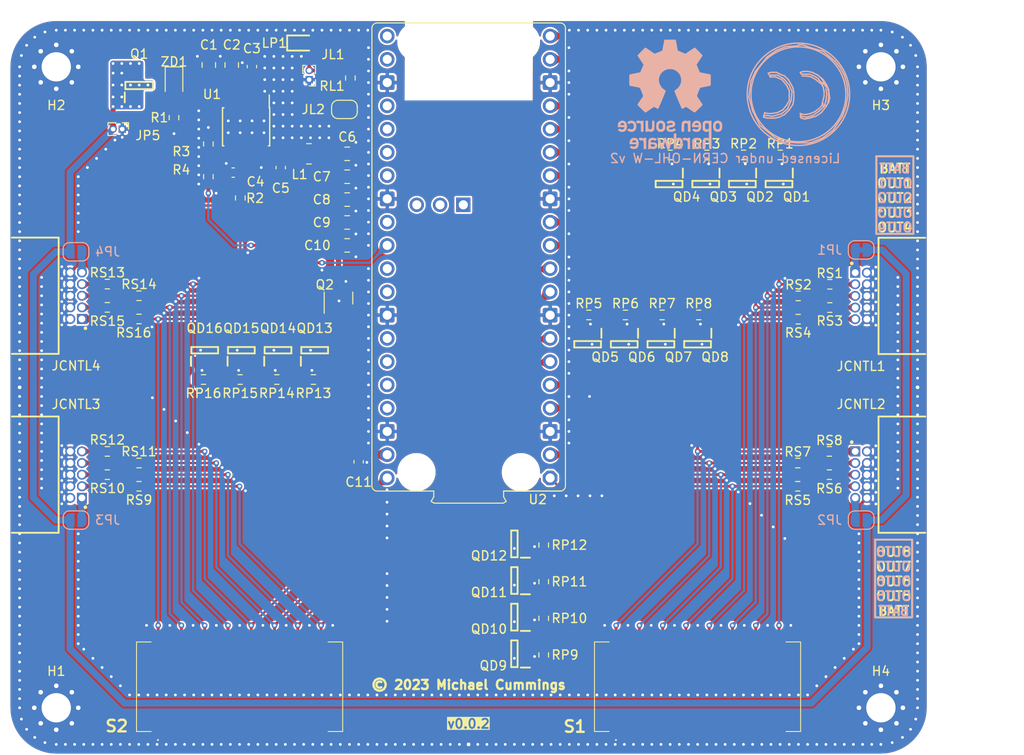
<source format=kicad_pcb>
(kicad_pcb (version 20221018) (generator pcbnew)
  (title_block (title "Picow 2x SSR Control") (date "2023-03-15") (rev "0.0.2") (company "Michael Cummings") (comment 1 "https://ohwr.org/project/cernohl/wikis/Documents/CERN-OHL-version-2") (comment 2 "Hardware License: CERN-OHL-W") (comment 3 "https://creativecommons.org/licenses/by-sa/4.0/") (comment 4 "License: CC By SA 4.0"))
  (layers (0 "F.Cu" signal) (31 "B.Cu" signal) (34 "B.Paste" user) (35 "F.Paste" user) (36 "B.SilkS" user "B.Silkscreen") (37 "F.SilkS" user "F.Silkscreen") (38 "B.Mask" user) (39 "F.Mask" user) (44 "Edge.Cuts" user))
  (net 0 "")
  (net 1 "/Power Management/VDC")
  (net 2 "GNDPWR")
  (net 3 "/Power Management/VCC")
  (net 4 "/Power Management/BOOT")
  (net 5 "/Power Management/SW")
  (net 6 "+5V")
  (net 7 "/Pico W Control/VSYS")
  (net 8 "Net-(JL1-Pin_2)")
  (net 9 "Net-(JL2-B)")
  (net 10 "+BATT")
  (net 11 "Net-(Q1-G)")
  (net 12 "/Pico W Control/VBUS")
  (net 13 "/Pico W Control/IO1")
  (net 14 "/Power Management/PI1")
  (net 15 "/Pico W Control/IO2")
  (net 16 "/Control Bank A/OUT1")
  (net 17 "/Pico W Control/IO3")
  (net 18 "/Control Bank A/OUT2")
  (net 19 "/Pico W Control/IO4")
  (net 20 "/Control Bank A/OUT3")
  (net 21 "/Pico W Control/IO5")
  (net 22 "/Control Bank A/OUT4")
  (net 23 "/Pico W Control/IO6")
  (net 24 "/Control Bank B/OUT8")
  (net 25 "/Pico W Control/IO7")
  (net 26 "/Control Bank B/OUT7")
  (net 27 "/Pico W Control/IO8")
  (net 28 "/Control Bank B/OUT6")
  (net 29 "/Pico W Control/IO9")
  (net 30 "/Control Bank B/OUT5")
  (net 31 "/Pico W Control/IO10")
  (net 32 "/Power Management/PI2")
  (net 33 "/Pico W Control/IO11")
  (net 34 "/Power Management/PI3")
  (net 35 "/Pico W Control/IO12")
  (net 36 "/Control Bank C/OUT9")
  (net 37 "/Pico W Control/IO13")
  (net 38 "/Control Bank C/OUT10")
  (net 39 "/Pico W Control/IO14")
  (net 40 "/Control Bank C/OUT11")
  (net 41 "/Pico W Control/IO15")
  (net 42 "/Control Bank C/OUT12")
  (net 43 "/Pico W Control/IO16")
  (net 44 "/Control Bank D/OUT16")
  (net 45 "/Control Bank D/OUT15")
  (net 46 "/Power Management/FB")
  (net 63 "/Control Bank D/OUT14")
  (net 64 "/Control Bank D/OUT13")
  (net 65 "/Power Management/PI4")
  (net 66 "/Control Bank A/CNTL1")
  (net 67 "/Control Bank A/CNTL2")
  (net 68 "/Control Bank A/CNTL3")
  (net 69 "/Control Bank A/CNTL4")
  (net 70 "/Control Bank C/CNTL9")
  (net 71 "/Control Bank C/CNTL10")
  (net 72 "/Control Bank C/CNTL11")
  (net 73 "/Control Bank C/CNTL12")
  (net 74 "/Power Management/~{PG}")
  (net 75 "/Control Bank D/CNTL13")
  (net 76 "/Control Bank D/CNTL14")
  (net 77 "/Control Bank D/CNTL15")
  (net 78 "/Control Bank D/CNTL16")
  (net 79 "/Control Bank B/CNTL5")
  (net 80 "/Control Bank B/CNTL6")
  (net 81 "/Control Bank B/CNTL7")
  (net 82 "/Control Bank B/CNTL8")
  (footprint "Capacitor_SMD:C_0603_1608Metric" (layer "F.Cu") (at 44.5 31 90)
    (fp_text reference "C5")
    (fp_text value "100n")
  )
  (footprint "Inductor_SMD:L_1008_2520Metric" (layer "F.Cu") (at 47.575 29.5)
    (fp_text reference "L1")
    (fp_text value "2u2")
  )
  (footprint "MountingHole:MountingHole_3.2mm_M3_Pad_Via" (layer "F.Cu") (at 110 90)
    (fp_text reference "H4")
    (fp_text value "MountingHole_Pad" hide)
  )
  (footprint "Capacitor_SMD:C_0805_2012Metric" (layer "F.Cu") (at 51.75 32)
    (fp_text reference "C7")
    (fp_text value "4u7")
  )
  (footprint "Resistor_SMD:R_0603_1608Metric" (layer "F.Cu") (at 48.07 54.15)
    (fp_text reference "RP13")
    (fp_text value "10k")
  )
  (footprint "dragon_mobile:LEDC1608X80N" (layer "F.Cu") (at 46.8 17.4)
    (fp_text reference "LP1")
    (fp_text value "LTST-C190KGKT" hide)
  )
  (footprint "Resistor_SMD:R_0603_1608Metric" (layer "F.Cu") (at 100.925 65.81)
    (fp_text reference "RS5")
    (fp_text value "270R")
  )
  (footprint "dragon_mobile:2V7002KT1G" (layer "F.Cu") (at 85.99 50.3 -90)
    (fp_text reference "QD7")
    (fp_text value "2N7002K" hide)
  )
  (footprint "Resistor_SMD:R_0603_1608Metric" (layer "F.Cu") (at 100.925 63.27)
    (fp_text reference "RS7")
    (fp_text value "270R")
  )
  (footprint "Resistor_SMD:R_0603_1608Metric" (layer "F.Cu") (at 73.2 72.23 90)
    (fp_text reference "RP12")
    (fp_text value "10k")
  )
  (footprint "dragon_mobile:JCNTL2_Label" (layer "F.Cu") (at 109.375 80.125)
    (fp_text reference "JCNTL2_Label" hide)
    (fp_text value "JCNTL2_Label" hide)
  )
  (footprint "Jumper:SolderJumper-2_P1.3mm_Bridged_RoundedPad1.0x1.5mm" (layer "F.Cu") (at 51.45 24.65)
    (fp_text reference "JL2")
    (fp_text value "SolderJumper_2_Bridged")
  )
  (footprint "Capacitor_SMD:C_0805_2012Metric" (layer "F.Cu") (at 51.75 29.5)
    (fp_text reference "C6")
    (fp_text value "4u7")
  )
  (footprint "dragon_mobile:2V7002KT1G" (layer "F.Cu") (at 90.88 32.8 -90)
    (fp_text reference "QD3")
    (fp_text value "2N7002K" hide)
  )
  (footprint "Resistor_SMD:R_0603_1608Metric" (layer "F.Cu") (at 25.575 64.54 180)
    (fp_text reference "RS10")
    (fp_text value "270R")
  )
  (footprint "Resistor_SMD:R_0603_1608Metric" (layer "F.Cu") (at 78.12 47.1 180)
    (fp_text reference "RP5")
    (fp_text value "10k")
  )
  (footprint "Resistor_SMD:R_0603_1608Metric" (layer "F.Cu") (at 36.07 54.15)
    (fp_text reference "RP16")
    (fp_text value "10k")
  )
  (footprint "Diode_SMD:D_0805_2012Metric" (layer "F.Cu") (at 32.85 21.6875 -90)
    (fp_text reference "ZD1")
    (fp_text value "10V")
  )
  (footprint "MountingHole:MountingHole_3.2mm_M3_Pad_Via" (layer "F.Cu") (at 20 90)
    (fp_text reference "H1")
    (fp_text value "MountingHole_Pad" hide)
  )
  (footprint "dragon_mobile:2V7002KT1G" (layer "F.Cu") (at 94.88 32.8 -90)
    (fp_text reference "QD2")
    (fp_text value "2N7002K" hide)
  )
  (footprint "dragon_mobile:2V7002KT1G" (layer "F.Cu") (at 86.88 32.8 -90)
    (fp_text reference "QD4")
    (fp_text value "2N7002K" hide)
  )
  (footprint "dragon_mobile:SAMTEC_SHF-105-01-L-D-RA" (layer "F.Cu") (at 22.165 64.54 90)
    (fp_text reference "JCNTL3")
    (fp_text value "SHF-105-01-L-D-RA" hide)
  )
  (footprint "dragon_mobile:2V7002KT1G" (layer "F.Cu") (at 70 84.1 180)
    (fp_text reference "QD9")
    (fp_text value "2N7002K" hide)
  )
  (footprint "Resistor_SMD:R_0603_1608Metric" (layer "F.Cu") (at 40.085 34.325 -90)
    (fp_text reference "R2")
    (fp_text value "100k")
  )
  (footprint "Resistor_SMD:R_0603_1608Metric" (layer "F.Cu") (at 29.025 47.54 180)
    (fp_text reference "RS16")
    (fp_text value "270R")
  )
  (footprint "Resistor_SMD:R_0603_1608Metric" (layer "F.Cu") (at 25.575 62 180)
    (fp_text reference "RS12")
    (fp_text value "270R")
  )
  (footprint "Capacitor_SMD:C_0805_2012Metric" (layer "F.Cu") (at 51.75 39.5)
    (fp_text reference "C10")
    (fp_text value "4u7")
  )
  (footprint "dragon_mobile:Raspberry_Pi_Pico_THT" (layer "F.Cu") (at 73.9 64.901 180)
    (fp_text reference "U2")
    (fp_text value "RaspberryPi-PicoW" hide)
  )
  (footprint "Resistor_SMD:R_0603_1608Metric" (layer "F.Cu") (at 91.01 29.625 180)
    (fp_text reference "RP3")
    (fp_text value "10k")
  )
  (footprint "MountingHole:MountingHole_3.2mm_M3_Pad_Via" (layer "F.Cu") (at 20 20)
    (fp_text reference "H2")
    (fp_text value "MountingHole_Pad" hide)
  )
  (footprint "Resistor_SMD:R_0603_1608Metric" (layer "F.Cu") (at 95.01 29.625 180)
    (fp_text reference "RP2")
    (fp_text value "10k")
  )
  (footprint "Resistor_SMD:R_0603_1608Metric" (layer "F.Cu") (at 73.2 80.23 90)
    (fp_text reference "RP10")
    (fp_text value "10k")
  )
  (footprint "Resistor_SMD:R_0603_1608Metric" (layer "F.Cu") (at 86.12 47.1 180)
    (fp_text reference "RP7")
    (fp_text value "10k")
  )
  (footprint "Resistor_SMD:R_0603_1608Metric" (layer "F.Cu") (at 25.575 43.73 180)
    (fp_text reference "RS13")
    (fp_text value "270R")
  )
  (footprint "dragon_mobile:2V7002KT1G" (layer "F.Cu") (at 40.2 50.95 90)
    (fp_text reference "QD15")
    (fp_text value "2N7002K" hide)
  )
  (footprint "dragon_mobile:2V7002KT1G" (layer "F.Cu") (at 36.2 50.95 90)
    (fp_text reference "QD16")
    (fp_text value "2N7002K" hide)
  )
  (footprint "Resistor_SMD:R_0603_1608Metric" (layer "F.Cu") (at 40.07 54.15)
    (fp_text reference "RP15")
    (fp_text value "10k")
  )
  (footprint "dragon_mobile:2V7002KT1G" (layer "F.Cu") (at 44.2 50.95 90)
    (fp_text reference "QD14")
    (fp_text value "2N7002K" hide)
  )
  (footprint "Fiducial:Fiducial_0.5mm_Mask1mm" (layer "F.Cu") (at 20 26.5)
    (fp_text reference "FID1" hide)
    (fp_text value "Fiducial" hide)
  )
  (footprint "Resistor_SMD:R_0603_1608Metric" (layer "F.Cu") (at 36.6 28.425 90)
    (fp_text reference "R3")
    (fp_text value "100k")
  )
  (footprint "Capacitor_SMD:C_0805_2012Metric" (layer "F.Cu") (at 39.15 19.8 90)
    (fp_text reference "C2")
    (fp_text value "4u7")
  )
  (footprint "Capacitor_SMD:C_0603_1608Metric" (layer "F.Cu") (at 41.35 19.975 90)
    (fp_text reference "C3")
    (fp_text value "220n")
  )
  (footprint "Capacitor_SMD:C_0603_1608Metric" (layer "F.Cu") (at 39.31 31.55 180)
    (fp_text reference "C4")
    (fp_text value "1u")
  )
  (footprint "dragon_mobile:SAMTEC_SHF-105-01-L-D-RA" (layer "F.Cu") (at 22.165 45 90)
    (fp_text reference "JCNTL4")
    (fp_text value "SHF-105-01-L-D-RA" hide)
  )
  (footprint "dragon_mobile:JCNTL1_Label" (layer "F.Cu") (at 109.5 38.25)
    (fp_text reference "JCNTL1_Label" hide)
    (fp_text value "JCNTL1_Label" hide)
  )
  (footprint "Resistor_SMD:R_0603_1608Metric" (layer "F.Cu") (at 82.12 47.1 180)
    (fp_text reference "RP6")
    (fp_text value "10k")
  )
  (footprint "Resistor_SMD:R_0603_1608Metric" (layer "F.Cu") (at 90.12 47.1 180)
    (fp_text reference "RP8")
    (fp_text value "10k")
  )
  (footprint "MountingHole:MountingHole_3.2mm_M3_Pad_Via" (layer "F.Cu") (at 110 20)
    (fp_text reference "H3")
    (fp_text value "MountingHole_Pad" hide)
  )
  (footprint "dragon_mobile:2V7002KT1G" (layer "F.Cu") (at 48.2 50.95 90)
    (fp_text reference "QD13")
    (fp_text value "2N7002K" hide)
  )
  (footprint "Resistor_SMD:R_0603_1608Metric" (layer "F.Cu") (at 52.1 21.225 90)
    (fp_text reference "RL1")
    (fp_text value "270R")
  )
  (footprint "Capacitor_SMD:C_0805_2012Metric" (layer "F.Cu") (at 51.75 37)
    (fp_text reference "C9")
    (fp_text value "4u7")
  )
  (footprint "Package_TO_SOT_SMD:SOT-23" (layer "F.Cu") (at 50.8 45.25 90)
    (fp_text reference "Q2")
    (fp_text value "DMG2305UX-7")
  )
  (footprint "dragon_mobile:SOT95P284X110-6N" (layer "F.Cu") (at 29.05 22.0375 90)
    (fp_text reference "Q1")
    (fp_text value "SQ3419EV-T1_GE3" hide)
  )
  (footprint "Resistor_SMD:R_0603_1608Metric" (layer "F.Cu") (at 44.07 54.15)
    (fp_text reference "RP14")
    (fp_text value "10k")
  )
  (footprint "dragon_mobile:2V7002KT1G" (layer "F.Cu") (at 70 72.1 180)
    (fp_text reference "QD12")
    (fp_text value "2N7002K" hide)
  )
  (footprint "Resistor_SMD:R_0603_1608Metric" (layer "F.Cu") (at 99.01 29.625 180)
    (fp_text reference "RP1")
    (fp_text value "10k")
  )
  (footprint "Capacitor_SMD:C_0603_1608Metric" (layer "F.Cu") (at 53 63.136 -90)
    (fp_text reference "C11")
    (fp_text value "100n")
  )
  (footprint "dragon_mobile:SAMTEC_SHF-105-01-L-D-RA" (layer "F.Cu") (at 107.835 64.54 -90)
    (fp_text reference "JCNTL2")
    (fp_text value "SHF-105-01-L-D-RA" hide)
  )
  (footprint "dragon_mobile:1938MS" (layer "F.Cu") (at 89.99 87.7)
    (fp_text reference "S1")
    (fp_text value "193-8MS" hide)
  )
  (footprint "dragon_mobile:2V7002KT1G" (layer "F.Cu") (at 89.99 50.3 -90)
    (fp_text reference "QD8")
    (fp_text value "2N7002K" hide)
  )
  (footprint "Resistor_SMD:R_0603_1608Metric" (layer "F.Cu") (at 32.85 25.55 -90)
    (fp_text reference "R1")
    (fp_text value "100k")
  )
  (footprint "Package_SO:Texas_HSOP-8-1EP_3.9x4.9mm_P1.27mm_ThermalVias" (layer "F.Cu") (at 40.72 26.55 -90)
    (fp_text reference "U1")
    (fp_text value "LMR33610BDDAR")
  )
  (footprint "Resistor_SMD:R_0603_1608Metric" (layer "F.Cu") (at 104.375 62)
    (fp_text reference "RS8")
    (fp_text value "270R")
  )
  (footprint "Resistor_SMD:R_0603_1608Metric" (layer "F.Cu") (at 104.375 64.54)
    (fp_text reference "RS6")
    (fp_text value "270R")
  )
  (footprint "Fiducial:Fiducial_0.5mm_Mask1mm" (layer "F.Cu") (at 110 83.5)
    (fp_text reference "FID3" hide)
    (fp_text value "Fiducial" hide)
  )
  (footprint "Resistor_SMD:R_0603_1608Metric" (layer "F.Cu") (at 73.2 84.23 90)
    (fp_text reference "RP9")
    (fp_text value "10k")
  )
  (footprint "dragon_mobile:PinHeader_1x02_P1.00mm_Vertical" (layer "F.Cu") (at 27.2 26.8 -90)
    (fp_text reference "JP5")
    (fp_text value "Conn_01x02" hide)
  )
  (footprint "Capacitor_SMD:C_0805_2012Metric" (layer "F.Cu") (at 51.75 34.5)
    (fp_text reference "C8")
    (fp_text value "4u7")
  )
  (footprint "Resistor_SMD:R_0603_1608Metric" (layer "F.Cu") (at 87.01 29.625 180)
    (fp_text reference "RP4")
    (fp_text value "10k")
  )
  (footprint "Resistor_SMD:R_0603_1608Metric" (layer "F.Cu") (at 29.025 63.27 180)
    (fp_text reference "RS11")
    (fp_text value "270R")
  )
  (footprint "dragon_mobile:2V7002KT1G" (layer "F.Cu") (at 70 76.1 180)
    (fp_text reference "QD11")
    (fp_text value "2N7002K" hide)
  )
  (footprint "dragon_mobile:2V7002KT1G" (layer "F.Cu") (at 81.99 50.3 -90)
    (fp_text reference "QD6")
    (fp_text value "2N7002K" hide)
  )
  (footprint "Resistor_SMD:R_0603_1608Metric" (layer "F.Cu") (at 29.025 45 180)
    (fp_text reference "RS14")
    (fp_text value "270R")
  )
  (footprint "dragon_mobile:PinHeader_1x02_P1.00mm_Vertical" (layer "F.Cu") (at 47.6 21.4 180)
    (fp_text reference "JL1")
    (fp_text value "Conn_01x02" hide)
  )
  (footprint "Resistor_SMD:R_0603_1608Metric" (layer "F.Cu") (at 104.425 43.75)
    (fp_text reference "RS1")
    (fp_text value "270R")
  )
  (footprint "Resistor_SMD:R_0603_1608Metric" (layer "F.Cu") (at 100.975 47.56)
    (fp_text reference "RS4")
    (fp_text value "270R")
  )
  (footprint "dragon_mobile:SAMTEC_SHF-105-01-L-D-RA" (layer "F.Cu") (at 107.835 45.02 -90)
    (fp_text reference "JCNTL1")
    (fp_text value "SHF-105-01-L-D-RA" hide)
  )
  (footprint "dragon_mobile:2V7002KT1G" (layer "F.Cu") (at 98.88 32.8 -90)
    (fp_text reference "QD1")
    (fp_text value "2N7002K" hide)
  )
  (footprint "Resistor_SMD:R_0603_1608Metric" (layer "F.Cu") (at 73.2 76.23 90)
    (fp_text reference "RP11")
    (fp_text value "10k")
  )
  (footprint "dragon_mobile:2V7002KT1G" (layer "F.Cu") (at 77.99 50.3 -90)
    (fp_text reference "QD5")
    (fp_text value "2N7002K" hide)
  )
  (footprint "Resistor_SMD:R_0603_1608Metric" (layer "F.Cu") (at 36.6 32 -90)
    (fp_text reference "R4")
    (fp_text value "24k9")
  )
  (footprint "Resistor_SMD:R_0603_1608Metric" (layer "F.Cu") (at 100.975 45.02)
    (fp_text reference "RS2")
    (fp_text value "270R")
  )
  (footprint "Resistor_SMD:R_0603_1608Metric" (layer "F.Cu") (at 25.575 46.27 180)
    (fp_text reference "RS15")
    (fp_text value "270R")
  )
  (footprint "Capacitor_SMD:C_0805_2012Metric" (layer "F.Cu") (at 36.65 19.8 90)
    (fp_text reference "C1")
    (fp_text value "4u7")
  )
  (footprint "Resistor_SMD:R_0603_1608Metric" (layer "F.Cu") (at 29.025 65.81 180)
    (fp_text reference "RS9")
    (fp_text value "270R")
  )
  (footprint "Resistor_SMD:R_0603_1608Metric" (layer "F.Cu") (at 104.425 46.29)
    (fp_text reference "RS3")
    (fp_text value "270R")
  )
  (footprint "dragon_mobile:1938MS" (layer "F.Cu") (at 40.01 87.7)
    (fp_text reference "S2")
    (fp_text value "193-8MS" hide)
  )
  (footprint "Fiducial:Fiducial_0.5mm_Mask1mm" (layer "F.Cu") (at 110 26.5)
    (fp_text reference "FID2" hide)
    (fp_text value "Fiducial" hide)
  )
  (footprint "dragon_mobile:2V7002KT1G" (layer "F.Cu") (at 70 80.1 180)
    (fp_text reference "QD10")
    (fp_text value "2N7002K" hide)
  )
  (footprint "Jumper:SolderJumper-2_P1.3mm_Open_RoundedPad1.0x1.5mm" (layer "B.Cu") (at 107.85 69.5)
    (fp_text reference "JP2")
    (fp_text value "SolderJumper_2_Open")
  )
  (footprint "Jumper:SolderJumper-2_P1.3mm_Open_RoundedPad1.0x1.5mm" (layer "B.Cu") (at 22.15 69.5 180)
    (fp_text reference "JP3")
    (fp_text value "SolderJumper_2_Open")
  )
  (footprint "Symbol:Symbol_CreativeCommons_SilkScreenTop_Type2_Big" (layer "B.Cu") (at 101 23 180)
    (fp_text reference "#LOGO2" hide)
    (fp_text value "Symbol_CreativeCommons_SilkScreenTop_Type2_Big" hide)
  )
  (footprint "Jumper:SolderJumper-2_P1.3mm_Bridged_RoundedPad1.0x1.5mm" (layer "B.Cu") (at 107.85 40)
    (fp_text reference "JP1")
    (fp_text value "SolderJumper_2_Bridged")
  )
  (footprint "Jumper:SolderJumper-2_P1.3mm_Open_RoundedPad1.0x1.5mm" (layer "B.Cu") (at 22.15 40.2 180)
    (fp_text reference "JP4")
    (fp_text value "SolderJumper_2_Open")
  )
  (footprint "Symbol:OSHW-Logo_11.4x12mm_SilkScreen" (layer "B.Cu") (at 87 23 180)
    (fp_text reference "#LOGO1" hide)
    (fp_text value "OSHW-Logo_11.4x12mm_SilkScreen" hide)
  )
  (gr_arc (start 20 95) (mid 16.464466 93.535534) (end 15 90) (stroke (width 0.01)) (layer "Edge.Cuts"))
  (gr_arc (start 115 90) (mid 113.535534 93.535534) (end 110 95) (stroke (width 0.01)) (layer "Edge.Cuts"))
  (gr_line (start 20 15) (end 110 15) (stroke (width 0.01)) (layer "Edge.Cuts"))
  (gr_arc (start 110 15) (mid 113.535534 16.464466) (end 115 20) (stroke (width 0.01)) (layer "Edge.Cuts"))
  (gr_line (start 20 95) (end 110 95) (stroke (width 0.01)) (layer "Edge.Cuts"))
  (gr_line (start 115 90) (end 115 20) (stroke (width 0.01)) (layer "Edge.Cuts"))
  (gr_arc (start 15 20) (mid 16.464466 16.464467) (end 20 15) (stroke (width 0.01)) (layer "Edge.Cuts"))
  (gr_line (start 15 20) (end 15 90) (stroke (width 0.01)) (layer "Edge.Cuts"))
  (gr_text "Licensed under CERN-OHL-W v2" (at 93 30) (layer "B.SilkS") (effects (font (size 1 1)) (justify mirror)))
  (gr_text "© 2023 ${COMPANY}" (at 65 87.5) (layer "F.SilkS") (effects (font (size 1 1) (thickness 0.25))))
  (gr_text "v${REVISION}" (at 65 91.75) (layer "F.SilkS" knockout) (effects (font (size 1 1) (thickness 0.2) bold)))
  (segment (start 41.355 22) (end 41.355 20.77) (width 0.5) (layer "F.Cu") (net 1))
  (segment (start 40.085 22.565) (end 40.65 22) (width 0.5) (layer "F.Cu") (net 1))
  (segment (start 32.85 20.75) (end 36.65 20.75) (width 0.55) (layer "F.Cu") (net 1))
  (segment (start 40.65 22) (end 41.355 22) (width 0.5) (layer "F.Cu") (net 1))
  (segment (start 39.15 20.75) (end 41.35 20.75) (width 0.55) (layer "F.Cu") (net 1))
  (segment (start 40.085 23.85) (end 40.085 22.565) (width 0.5) (layer "F.Cu") (net 1))
  (segment (start 36.65 20.75) (end 39.15 20.75) (width 0.55) (layer "F.Cu") (net 1))
  (segment (start 41.355 23.85) (end 41.355 22) (width 0.5) (layer "F.Cu") (net 1))
  (segment (start 30 20.7375) (end 32.8375 20.7375) (width 0.55) (layer "F.Cu") (net 1))
  (via (at 20.6 62.64) (size 0.6) (drill 0.3) (layers "F.Cu" "B.Cu") (net 2))
  (via (at 44.75 20.13) (size 0.6) (drill 0.3) (layers "F.Cu" "B.Cu") (net 2))
  (via (at 85 94) (size 0.6) (drill 0.3) (layers "F.Cu" "B.Cu") (net 2))
  (via (at 46 94) (size 0.6) (drill 0.3) (layers "F.Cu" "B.Cu") (net 2))
  (via (at 45.09 81) (size 0.6) (drill 0.3) (layers "F.Cu" "B.Cu") (net 2))
  (via (at 18.4 59) (size 0.6) (drill 0.3) (layers "F.Cu" "B.Cu") (net 2))
  (via (at 114 44) (size 0.6) (drill 0.3) (layers "F.Cu" "B.Cu") (net 2))
  (via (at 29 94) (size 0.6) (drill 0.3) (layers "F.Cu" "B.Cu") (net 2))
  (via (at 114 39) (size 0.6) (drill 0.3) (layers "F.Cu" "B.Cu") (net 2))
  (via (at 16 36) (size 0.6) (drill 0.3) (layers "F.Cu" "B.Cu") (net 2))
  (via (at 74 88.6) (size 0.6) (drill 0.3) (layers "F.Cu" "B.Cu") (net 2))
  (via (at 52 94) (size 0.6) (drill 0.3) (layers "F.Cu" "B.Cu") (net 2))
  (via (at 34 88.6) (size 0.6) (drill 0.3) (layers "F.Cu" "B.Cu") (net 2))
  (via (at 114 73) (size 0.6) (drill 0.3) (layers "F.Cu" "B.Cu") (net 2))
  (via (at 16 62) (size 0.6) (drill 0.3) (layers "F.Cu" "B.Cu") (net 2))
  (via (at 111.85 66) (size 0.6) (drill 0.3) (layers "F.Cu" "B.Cu") (net 2))
  (via (at 72 94) (size 0.6) (drill 0.3) (layers "F.Cu" "B.Cu") (net 2))
  (via (at 54.075 61.091) (size 0.6) (drill 0.3) (layers "F.Cu" "B.Cu") (net 2))
  (via (at 109.45 45.68) (size 0.6) (drill 0.3) (layers "F.Cu" "B.Cu") (net 2))
  (via (at 45.75 23.94) (size 0.6) (drill 0.3) (layers "F.Cu" "B.Cu") (net 2))
  (via (at 94 94) (size 0.6) (drill 0.3) (layers "F.Cu" "B.Cu") (net 2))
  (via (at 16 87) (size 0.6) (drill 0.3) (layers "F.Cu" "B.Cu") (net 2))
  (via (at 39 16) (size 0.6) (drill 0.3) (layers "F.Cu" "B.Cu") (net 2))
  (via (at 107.6 83) (size 0.6) (drill 0.3) (layers "F.Cu" "B.Cu") (net 2))
  (via (at 84.93 81) (size 0.6) (drill 0.3) (layers "F.Cu" "B.Cu") (net 2))
  (via (at 101 16) (size 0.6) (drill 0.3) (layers "F.Cu" "B.Cu") (net 2))
  (via (at 34 16) (size 0.6) (drill 0.3) (layers "F.Cu" "B.Cu") (net 2))
  (via (at 55 94) (size 0.6) (drill 0.3) (layers "F.Cu" "B.Cu") (net 2))
  (via (at 36.6 26.625) (size 0.6) (drill 0.3) (layers "F.Cu" "B.Cu") (net 2))
  (via (at 54.075 21.721) (size 0.6) (drill 0.3) (layers "F.Cu" "B.Cu") (net 2))
  (via (at 98 88.6) (size 0.6) (drill 0.3) (layers "F.Cu" "B.Cu") (net 2))
  (via (at 91 88.6) (size 0.6) (drill 0.3) (layers "F.Cu" "B.Cu") (net 2))
  (via (at 83 94) (size 0.6) (drill 0.3) (layers "F.Cu" "B.Cu") (net 2))
  (via (at 20.6 65.18) (size 0.6) (drill 0.3) (layers "F.Cu" "B.Cu") (net 2))
  (via (at 26 86.6) (size 0.6) (drill 0.3) (layers "F.Cu" "B.Cu") (net 2))
  (via (at 47.75 26.48) (size 0.6) (drill 0.3) (layers "F.Cu" "B.Cu") (net 2))
  (via (at 48.75 27.75) (size 0.6) (drill 0.3) (layers "F.Cu" "B.Cu") (net 2))
  (via (at 46 88.6) (size 0.6) (drill 0.3) (layers "F.Cu" "B.Cu") (net 2))
  (via (at 106 84.6) (size 0.6) (drill 0.3) (layers "F.Cu" "B.Cu") (net 2))
  (via (at 20.6 44.37) (size 0.6) (drill 0.3) (layers "F.Cu" "B.Cu") (net 2))
  (via (at 89 16) (size 0.6) (drill 0.3) (layers "F.Cu" "B.Cu") (net 2))
  (via (at 114 29) (size 0.6) (drill 0.3) (layers "F.Cu" "B.Cu") (net 2))
  (via (at 18.4 46) (size 0.6) (drill 0.3) (layers "F.Cu" "B.Cu") (net 2))
  (via (at 22.4 75) (size 0.6) (drill 0.3) (layers "F.Cu" "B.Cu") (net 2))
  (via (at 90.01 81) (size 0.6) (drill 0.3) (layers "F.Cu" "B.Cu") (net 2))
  (via (at 27.2 27.7) (size 0.6) (drill 0.3) (layers "F.Cu" "B.Cu") (net 2))
  (via (at 22 94) (size 0.6) (drill 0.3) (layers "F.Cu" "B.Cu") (net 2))
  (via (at 36.84 62.49) (size 0.6) (drill 0.3) (layers "F.Cu" "B.Cu") (net 2))
  (via (at 65 88.6) (size 0.6) (drill 0.3) (layers "F.Cu" "B.Cu") (net 2))
  (via (at 94 16) (size 0.6) (drill 0.3) (layers "F.Cu" "B.Cu") (net 2))
  (via (at 35.55 26.8) (size 0.6) (drill 0.3) (layers "F.Cu" "B.Cu") (net 2))
  (via (at 44.75 22.67) (size 0.6) (drill 0.3) (layers "F.Cu" "B.Cu") (net 2))
  (via (at 54 16) (size 0.6) (drill 0.3) (layers "F.Cu" "B.Cu") (net 2))
  (via (at 16 46) (size 0.6) (drill 0.3) (layers "F.Cu" "B.Cu") (net 2))
  (via (at 20 94) (size 0.6) (drill 0.3) (layers "F.Cu" "B.Cu") (net 2))
  (via (at 16 60) (size 0.6) (drill 0.3) (layers "F.Cu" "B.Cu") (net 2))
  (via (at 16 86) (size 0.6) (drill 0.3) (layers "F.Cu" "B.Cu") (net 2))
  (via (at 24.4 30) (size 0.6) (drill 0.3) (layers "F.Cu" "B.Cu") (net 2))
  (via (at 78 94) (size 0.6) (drill 0.3) (layers "F.Cu" "B.Cu") (net 2))
  (via (at 52.7 35.75) (size 0.6) (drill 0.3) (layers "F.Cu" "B.Cu") (net 2))
  (via (at 89 94) (size 0.6) (drill 0.3) (layers "F.Cu" "B.Cu") (net 2))
  (via (at 47.75 50.95) (size 0.6) (drill 0.3) (layers "F.Cu" "B.Cu") (net 2))
  (via (at 101 88.6) (size 0.6) (drill 0.3) (layers "F.Cu" "B.Cu") (net 2))
  (via (at 54 94) (size 0.6) (drill 0.3) (layers "F.Cu" "B.Cu") (net 2))
  (via (at 16 90) (size 0.6) (drill 0.3) (layers "F.Cu" "B.Cu") (net 2))
  (via (at 65 94) (size 0.8) (drill 0.4) (layers "F.Cu" "B.Cu") (net 2))
  (via (at 107.6 76) (size 0.6) (drill 0.3) (layers "F.Cu" "B.Cu") (net 2))
  (via (at 54.075 31.881) (size 0.6) (drill 0.3) (layers "F.Cu" "B.Cu") (net 2))
  (via (at 20.6 43.1) (size 0.6) (drill 0.3) (layers "F.Cu" "B.Cu") (net 2))
  (via (at 111.85 65) (size 0.6) (drill 0.3) (layers "F.Cu" "B.Cu") (net 2))
  (via (at 54.075 44.581) (size 0.6) (drill 0.3) (layers "F.Cu" "B.Cu") (net 2))
  (via (at 89.355 61.355) (size 0.6) (drill 0.3) (layers "F.Cu" "B.Cu") (net 2))
  (via (at 75.95 28.071) (size 0.6) (drill 0.3) (layers "F.Cu" "B.Cu") (net 2))
  (via (at 114 40) (size 0.6) (drill 0.3) (layers "F.Cu" "B.Cu") (net 2))
  (via (at 38 16) (size 0.6) (drill 0.3) (layers "F.Cu" "B.Cu") (net 2))
  (via (at 56.1 76.65) (size 0.6) (drill 0.3) (layers "F.Cu" "B.Cu") (net 2))
  (via (at 16.195774 18.763932) (size 0.6) (drill 0.3) (layers "F.Cu" "B.Cu") (net 2))
  (via (at 111.85 45) (size 0.6) (drill 0.3) (layers "F.Cu" "B.Cu") (net 2))
  (via (at 18.4 58) (size 0.6) (drill 0.3) (layers "F.Cu" "B.Cu") (net 2))
  (via (at 44.75 23.94) (size 0.6) (drill 0.3) (layers "F.Cu" "B.Cu") (net 2))
  (via (at 16 30) (size 0.6) (drill 0.3) (layers "F.Cu" "B.Cu") (net 2))
  (via (at 75.95 59.821) (size 0.6) (drill 0.3) (layers "F.Cu" "B.Cu") (net 2))
  (via (at 16 35) (size 0.6) (drill 0.3) (layers "F.Cu" "B.Cu") (net 2))
  (via (at 33 88.6) (size 0.6) (drill 0.3) (layers "F.Cu" "B.Cu") (net 2))
  (via (at 90.625 62.625) (size 0.6) (drill 0.3) (layers "F.Cu" "B.Cu") (net 2))
  (via (at 16 38) (size 0.6) (drill 0.3) (layers "F.Cu" "B.Cu") (net 2))
  (via (at 43.75 22.67) (size 0.6) (drill 0.3) (layers "F.Cu" "B.Cu") (net 2))
  (via (at 56.1 79.25) (size 0.6) (drill 0.3) (layers "F.Cu" "B.Cu") (net 2))
  (via (at 28 16) (size 0.6) (drill 0.3) (layers "F.Cu" "B.Cu") (net 2))
  (via (at 56.1 68.85) (size 0.6) (drill 0.3) (layers "F.Cu" "B.Cu") (net 2))
  (via (at 43 94) (size 0.6) (drill 0.3) (layers "F.Cu" "B.Cu") (net 2))
  (via (at 44.75 21.4) (size 0.6) (drill 0.3) (layers "F.Cu" "B.Cu") (net 2))
  (via (at 85 16) (size 0.6) (drill 0.3) (layers "F.Cu" "B.Cu") (net 2))
  (via (at 18.4 48) (size 0.6) (drill 0.3) (layers "F.Cu" "B.Cu") (net 2))
  (via (at 87.47 81) (size 0.6) (drill 0.3) (layers "F.Cu" "B.Cu") (net 2))
  (via (at 91 94) (size 0.6) (drill 0.3) (layers "F.Cu" "B.Cu") (net 2))
  (via (at 81 94) (size 0.6) (drill 0.3) (layers "F.Cu" "B.Cu") (net 2))
  (via (at 87 88.6) (size 0.6) (drill 0.3) (layers "F.Cu" "B.Cu") (net 2))
  (via (at 91.35 32.8) (size 0.6) (drill 0.3) (layers "F.Cu" "B.Cu") (net 2))
  (via (at 45 94) (size 0.6) (drill 0.3) (layers "F.Cu" "B.Cu") (net 2))
  (via (at 97.63 81) (size 0.6) (drill 0.3) (layers "F.Cu" "B.Cu") (net 2))
  (via (at 16 26) (size 0.6) (drill 0.3) (layers "F.Cu" "B.Cu") (net 2))
  (via (at 111.85 56) (size 0.6) (drill 0.3) (layers "F.Cu" "B.Cu") (net 2))
  (via (at 16 27) (size 0.6) (drill 0.3) (layers "F.Cu" "B.Cu") (net 2))
  (via (at 56.1 66.2) (size 0.6) (drill 0.3) (layers "F.Cu" "B.Cu") (net 2))
  (via (at 107.6 73) (size 0.6) (drill 0.3) (layers "F.Cu" "B.Cu") (net 2))
  (via (at 37 88.6) (size 0.6) (drill 0.3) (layers "F.Cu" "B.Cu") (net 2))
  (via (at 32.39 81) (size 0.6) (drill 0.3) (layers "F.Cu" "B.Cu") (net 2))
  (via (at 50.861 45.5625) (size 0.6) (drill 0.3) (layers "F.Cu" "B.Cu") (net 2))
  (via (at 99.525 43.1) (size 0.6) (drill 0.3) (layers "F.Cu" "B.Cu") (net 2))
  (via (at 18.4 51) (size 0.6) (drill 0.3) (layers "F.Cu" "B.Cu") (net 2))
  (via (at 54.075 57.281) (size 0.6) (drill 0.3) (layers "F.Cu" "B.Cu") (net 2))
  (via (at 114 46) (size 0.6) (drill 0.3) (layers "F.Cu" "B.Cu") (net 2))
  (via (at 16 47) (size 0.6) (drill 0.3) (layers "F.Cu" "B.Cu") (net 2))
  (via (at 111.85 55) (size 0.6) (drill 0.3) (layers "F.Cu" "B.Cu") (net 2))
  (via (at 22.4 77) (size 0.6) (drill 0.3) (layers "F.Cu" "B.Cu") (net 2))
  (via (at 16 28) (size 0.6) (drill 0.3) (layers "F.Cu" "B.Cu") (net 2))
  (via (at 22.4 37) (size 0.6) (drill 0.3) (layers "F.Cu" "B.Cu") (net 2))
  (via (at 49.75 26.48) (size 0.6) (drill 0.3) (layers "F.Cu" "B.Cu") (net 2))
  (via (at 114 53) (size 0.6) (drill 0.3) (layers "F.Cu" "B.Cu") (net 2))
  (via (at 22.4 71) (size 0.6) (drill 0.3) (layers "F.Cu" "B.Cu") (net 2))
  (via (at 25 16) (size 0.6) (drill 0.3) (layers "F.Cu" "B.Cu") (net 2))
  (via (at 17.648859 93.236068) (size 0.6) (drill 0.3) (layers "F.Cu" "B.Cu") (net 2))
  (via (at 34 94) (size 0.6) (drill 0.3) (layers "F.Cu" "B.Cu") (net 2))
  (via (at 87 16) (size 0.6) (drill 0.3) (layers "F.Cu" "B.Cu") (net 2))
  (via (at 54.075 29.341) (size 0.6) (drill 0.3) (layers "F.Cu" "B.Cu") (net 2))
  (via (at 109 16) (size 0.6) (drill 0.3) (layers "F.Cu" "B.Cu") (net 2))
  (via (at 109.45 48.22) (size 0.6) (drill 0.3) (layers "F.Cu" "B.Cu") (net 2))
  (via (at 78 16) (size 0.6) (drill 0.3) (layers "F.Cu" "B.Cu") (net 2))
  (via (at 109.45 43.14) (size 0.6) (drill 0.3) (layers "F.Cu" "B.Cu") (net 2))
  (via (at 111.85 52) (size 0.6) (drill 0.3) (layers "F.Cu" "B.Cu") (net 2))
  (via (at 17.648859 16.763932) (size 0.6) (drill 0.3) (layers "F.Cu" "B.Cu") (net 2))
  (via (at 111.85 58) (size 0.6) (drill 0.3) (layers "F.Cu" "B.Cu") (net 2))
  (via (at 37 16) (size 0.6) (drill 0.3) (layers "F.Cu" "B.Cu") (net 2))
  (via (at 22.4 32) (size 0.6) (drill 0.3) (layers "F.Cu" "B.Cu") (net 2))
  (via (at 89 88.6) (size 0.6) (drill 0.3) (layers "F.Cu" "B.Cu") (net 2))
  (via (at 35.55 25.8) (size 0.6) (drill 0.3) (layers "F.Cu" "B.Cu") (net 2))
  (via (at 114 74) (size 0.6) (drill 0.3) (layers "F.Cu" "B.Cu") (net 2))
  (via (at 54.075 36.961) (size 0.6) (drill 0.3) (layers "F.Cu" "B.Cu") (net 2))
  (via (at 45.75 21.4) (size 0.6) (drill 0.3) (layers "F.Cu" "B.Cu") (net 2))
  (via (at 93 16) (size 0.6) (drill 0.3) (layers "F.Cu" "B.Cu") (net 2))
  (via (at 111.85 54) (size 0.6) (drill 0.3) (layers "F.Cu" "B.Cu") (net 2))
  (via (at 75.95 35.691) (size 0.6) (drill 0.3) (layers "F.Cu" "B.Cu") (net 2))
  (via (at 56 88.6) (size 0.6) (drill 0.3) (layers "F.Cu" "B.Cu") (net 2))
  (via (at 62 88.6) (size 0.6) (drill 0.3) (layers "F.Cu" "B.Cu") (net 2))
  (via (at 92 88.6) (size 0.6) (drill 0.3) (layers "F.Cu" "B.Cu") (net 2))
  (via (at 97 88.6) (size 0.6) (drill 0.3) (layers "F.Cu" "B.Cu") (net 2))
  (via (at 78.475 50.3) (size 0.6) (drill 0.3) (layers "F.Cu" "B.Cu") (net 2))
  (via (at 109.45 41.87) (size 0.6) (drill 0.3) (layers "F.Cu" "B.Cu") (net 2))
  (via (at 114 88) (size 0.6) (drill 0.3) (layers "F.Cu" "B.Cu") (net 2))
  (via (at 79 94) (size 0.6) (drill 0.3) (layers "F.Cu" "B.Cu") (net 2))
  (via (at 114 60) (size 0.6) (drill 0.3) (layers "F.Cu" "B.Cu") (net 2))
  (via (at 23 83.6) (size 0.6) (drill 0.3) (layers "F.Cu" "B.Cu") (net 2))
  (via (at 22.4 78) (size 0.6) (drill 0.3) (layers "F.Cu" "B.Cu") (net 2))
  (via (at 35.55 29.8) (size 0.6) (drill 0.3) (layers "F.Cu" "B.Cu") (net 2))
  (via (at 107 83.6) (size 0.6) (drill 0.3) (layers "F.Cu" "B.Cu") (net 2))
  (via (at 38 88.6) (size 0.6) (drill 0.3) (layers "F.Cu" "B.Cu") (net 2))
  (via (at 114 34) (size 0.6) (drill 0.3) (layers "F.Cu" "B.Cu") (net 2))
  (via (at 33 94) (size 0.6) (drill 0.3) (layers "F.Cu" "B.Cu") (net 2))
  (via (at 45.75 20.13) (size 0.6) (drill 0.3) (layers "F.Cu" "B.Cu") (net 2))
  (via (at 93 94) (size 0.6) (drill 0.3) (layers "F.Cu" "B.Cu") (net 2))
  (via (at 25 85.6) (size 0.6) (drill 0.3) (layers "F.Cu" "B.Cu") (net 2))
  (via (at 54.075 26.801) (size 0.6) (drill 0.3) (layers "F.Cu" "B.Cu") (net 2))
  (via (at 114 32) (size 0.6) (drill 0.3) (layers "F.Cu" "B.Cu") (net 2))
  (via (at 18.763932 93.804226) (size 0.6) (drill 0.3) (layers "F.Cu" "B.Cu") (net 2))
  (via (at 102 88.6) (size 0.6) (drill 0.3) (layers "F.Cu" "B.Cu") (net 2))
  (via (at 98 16) (size 0.6) (drill 0.3) (layers "F.Cu" "B.Cu") (net 2))
  (via (at 75.95 56.011) (size 0.6) (drill 0.3) (layers "F.Cu" "B.Cu") (net 2))
  (via (at 22.4 81) (size 0.6) (drill 0.3) (layers "F.Cu" "B.Cu") (net 2))
  (via (at 23 16) (size 0.6) (drill 0.3) (layers "F.Cu" "B.Cu") (net 2))
  (via (at 112.351141 93.236068) (size 0.6) (drill 0.3) (layers "F.Cu" "B.Cu") (net 2))
  (via (at 16 84) (size 0.6) (drill 0.3) (layers "F.Cu" "B.Cu") (net 2))
  (via (at 46.75 27.75) (size 0.6) (drill 0.3) (layers "F.Cu" "B.Cu") (net 2))
  (via (at 16 40) (size 0.6) (drill 0.3) (layers "F.Cu" "B.Cu") (net 2))
  (via (at 83 88.6) (size 0.6) (drill 0.3) (layers "F.Cu" "B.Cu") (net 2))
  (via (at 28 88.6) (size 0.6) (drill 0.3) (layers "F.Cu" "B.Cu") (net 2))
  (via (at 63 94) (size 0.6) (drill 0.3) (layers "F.Cu" "B.Cu") (net 2))
  (via (at 92 94) (size 0.6) (drill 0.3) (layers "F.Cu" "B.Cu") (net 2))
  (via (at 54.075 58.551) (size 0.6) (drill 0.3) (layers "F.Cu" "B.Cu") (net 2))
  (via (at 54.075 53.471) (size 0.6) (drill 0.3) (layers "F.Cu" "B.Cu") (net 2))
  (via (at 114 56) (size 0.6) (drill 0.3) (layers "F.Cu" "B.Cu") (net 2))
  (via (at 56.1 77.95) (size 0.6) (drill 0.3) (layers "F.Cu" "B.Cu") (net 2))
  (via (at 54.075 47.121) (size 0.6) (drill 0.3) (layers "F.Cu" "B.Cu") (net 2))
  (via (at 16 29) (size 0.6) (drill 0.3) (layers "F.Cu" "B.Cu") (net 2))
  (via (at 27 16) (size 0.6) (drill 0.3) (layers "F.Cu" "B.Cu") (net 2))
  (via (at 97 16) (size 0.6) (drill 0.3) (layers "F.Cu" "B.Cu") (net 2))
  (via (at 114 41) (size 0.6) (drill 0.3) (layers "F.Cu" "B.Cu") (net 2))
  (via (at 95.705 67.705) (size 0.6) (drill 0.3) (layers "F.Cu" "B.Cu") (net 2))
  (via (at 35.55 24.8) (size 0.6) (drill 0.3) (layers "F.Cu" "B.Cu") (net 2))
  (via (at 55 88.6) (size 0.6) (drill 0.3) (layers "F.Cu" "B.Cu") (net 2))
  (via (at 70 94) (size 0.6) (drill 0.3) (layers "F.Cu" "B.Cu") (net 2))
  (via (at 98 94) (size 0.6) (drill 0.3) (layers "F.Cu" "B.Cu") (net 2))
  (via (at 35.9 53.15) (size 0.6) (drill 0.3) (layers "F.Cu" "B.Cu") (net 2))
  (via (at 16 44) (size 0.6) (drill 0.3) (layers "F.Cu" "B.Cu") (net 2))
  (via (at 114 30) (size 0.6) (drill 0.3) (layers "F.Cu" "B.Cu") (net 2))
  (via (at 106 94) (size 0.6) (drill 0.3) (layers "F.Cu" "B.Cu") (net 2))
  (via (at 35 88.6) (size 0.6) (drill 0.3) (layers "F.Cu" "B.Cu") (net 2))
  (via (at 114 75) (size 0.6) (drill 0.3) (layers "F.Cu" "B.Cu") (net 2))
  (via (at 74.35 66.85) (size 0.6) (drill 0.3) (layers "F.Cu" "B.Cu") (net 2))
  (via (at 38.55 30.55) (size 0.6) (drill 0.3) (layers "F.Cu" "B.Cu") (net 2))
  (via (at 16 57) (size 0.6) (drill 0.3) (layers "F.Cu" "B.Cu") (net 2))
  (via (at 26.4 28) (size 0.6) (drill 0.3) (layers "F.Cu" "B.Cu") (net 2))
  (via (at 75.95 48.391) (size 0.6) (drill 0.3) (layers "F.Cu" "B.Cu") (net 2))
  (via (at 95 94) (size 0.6) (drill 0.3) (layers "F.Cu" "B.Cu") (net 2))
  (via (at 16 45) (size 0.6) (drill 0.3) (layers "F.Cu" "B.Cu") (net 2))
  (via (at 72.2 84.4) (size 0.6) (drill 0.3) (layers "F.Cu" "B.Cu") (net 2))
  (via (at 16 82) (size 0.6) (drill 0.3) (layers "F.Cu" "B.Cu") (net 2))
  (via (at 75.95 49.661) (size 0.6) (drill 0.3) (layers "F.Cu" "B.Cu") (net 2))
  (via (at 46.75 18.86) (size 0.6) (drill 0.3) (layers "F.Cu" "B.Cu") (net 2))
  (via (at 22.4 76) (size 0.6) (drill 0.3) (layers "F.Cu" "B.Cu") (net 2))
  (via (at 75.95 21.721) (size 0.6) (drill 0.3) (layers "F.Cu" "B.Cu") (net 2))
  (via (at 58 88.6) (size 0.6) (drill 0.3) (layers "F.Cu" "B.Cu") (net 2))
  (via (at 16 78) (size 0.6) (drill 0.3) (layers "F.Cu" "B.Cu") (net 2))
  (via (at 20.6 67.72) (size 0.6) (drill 0.3) (layers "F.Cu" "B.Cu") (net 2))
  (via (at 35 16) (size 0.6) (drill 0.3) (layers "F.Cu" "B.Cu") (net 2))
  (via (at 35.55 30.8) (size 0.6) (drill 0.3) (layers "F.Cu" "B.Cu") (net 2))
  (via (at 100 94) (size 0.6) (drill 0.3) (layers "F.Cu" "B.Cu") (net 2))
  (via (at 86.3 48.1) (size 0.6) (drill 0.3) (layers "F.Cu" "B.Cu") (net 2))
  (via (at 41 88.6) (size 0.6) (drill 0.3) (layers "F.Cu" "B.Cu") (net 2))
  (via (at 36 94) (size 0.6) (drill 0.3) (layers "F.Cu" "B.Cu") (net 2))
  (via (at 52 88.6) (size 0.6) (drill 0.3) (layers "F.Cu" "B.Cu") (net 2))
  (via (at 109.45 62.66) (size 0.6) (drill 0.3) (layers "F.Cu" "B.Cu") (net 2))
  (via (at 18.763932 16.195774) (size 0.6) (drill 0.3) (layers "F.Cu" "B.Cu") (net 2))
  (via (at 20.6 63.91) (size 0.6) (drill 0.3) (layers "F.Cu" "B.Cu") (net 2))
  (via (at 18.4 56) (size 0.6) (drill 0.3) (layers "F.Cu" "B.Cu") (net 2))
  (via (at 32 16) (size 0.6) (drill 0.3) (layers "F.Cu" "B.Cu") (net 2))
  (via (at 54.075 33.151) (size 0.6) (drill 0.3) (layers "F.Cu" "B.Cu") (net 2))
  (via (at 109.45 46.95) (size 0.6) (drill 0.3) (layers "F.Cu" "B.Cu") (net 2))
  (via (at 114 25) (size 0.6) (drill 0.3) (layers "F.Cu" "B.Cu") (net 2))
  (via (at 51 94) (size 0.6) (drill 0.3) (layers "F.Cu" "B.Cu") (net 2))
  (via (at 114 59) (size 0.6) (drill 0.3) (layers "F.Cu" "B.Cu") (net 2))
  (via (at 114 84) (size 0.6) (drill 0.3) (layers "F.Cu" "B.Cu") (net 2))
  (via (at 54.075 59.821) (size 0.6) (drill 0.3) (layers "F.Cu" "B.Cu") (net 2))
  (via (at 37 94) (size 0.6) (drill 0.3) (layers "F.Cu" "B.Cu") (net 2))
  (via (at 94 88.6) (size 0.6) (drill 0.3) (layers "F.Cu" "B.Cu") (net 2))
  (via (at 109.45 61.39) (size 0.6) (drill 0.3) (layers "F.Cu" "B.Cu") (net 2))
  (via (at 75 94) (size 0.6) (drill 0.3) (layers "F.Cu" "B.Cu") (net 2))
  (via (at 43.75 26.48) (size 0.6) (drill 0.3) (layers "F.Cu" "B.Cu") (net 2))
  (via (at 18.4 65) (size 0.6) (drill 0.3) (layers "F.Cu" "B.Cu") (net 2))
  (via (at 41 16) (size 0.6) (drill 0.3) (layers "F.Cu" "B.Cu") (net 2))
  (via (at 83 16) (size 0.6) (drill 0.3) (layers "F.Cu" "B.Cu") (net 2))
  (via (at 42.75 22.67) (size 0.6) (drill 0.3) (layers "F.Cu" "B.Cu") (net 2))
  (via (at 105 94) (size 0.6) (drill 0.3) (layers "F.Cu" "B.Cu") (net 2))
  (via (at 75.95 30.611) (size 0.6) (drill 0.3) (layers "F.Cu" "B.Cu") (net 2))
  (via (at 54.075 54.741) (size 0.6) (drill 0.3) (layers "F.Cu" "B.Cu") (net 2))
  (via (at 41 94) (size 0.6) (drill 0.3) (layers "F.Cu" "B.Cu") (net 2))
  (via (at 111.85 43) (size 0.6) (drill 0.3) (layers "F.Cu" "B.Cu") (net 2))
  (via (at 114 37) (size 0.6) (drill 0.3) (layers "F.Cu" "B.Cu") (net 2))
  (via (at 86 88.6) (size 0.6) (drill 0.3) (layers "F.Cu" "B.Cu") (net 2))
  (via (at 29 88.6) (size 0.6) (drill 0.3) (layers "F.Cu" "B.Cu") (net 2))
  (via (at 51.611 43.4375) (size 0.6) (drill 0.3) (layers "F.Cu" "B.Cu") (net 2))
  (via (at 31 88.6) (size 0.6) (drill 0.3) (layers "F.Cu" "B.Cu") (net 2))
  (via (at 51 88.6) (size 0.6) (drill 0.3) (layers "F.Cu" "B.Cu") (net 2))
  (via (at 22.4 83) (size 0.6) (drill 0.3) (layers "F.Cu" "B.Cu") (net 2))
  (via (at 69 94) (size 0.6) (drill 0.3) (layers "F.Cu" "B.Cu") (net 2))
  (via (at 30.45 48.4) (size 0.6) (drill 0.3) (layers "F.Cu" "B.Cu") (net 2))
  (via (at 67 94) (size 0.6) (drill 0.3) (layers "F.Cu" "B.Cu") (net 2))
  (via (at 109.45 66.47) (size 0.6) (drill 0.3) (layers "F.Cu" "B.Cu") (net 2))
  (via (at 114 33) (size 0.6) (drill 0.3) (layers "F.Cu" "B.Cu") (net 2))
  (via (at 114 62) (size 0.6) (drill 0.3) (layers "F.Cu" "B.Cu") (net 2))
  (via (at 16 25) (size 0.6) (drill 0.3) (layers "F.Cu" "B.Cu") (net 2))
  (via (at 70 88.6) (size 0.6) (drill 0.3) (layers "F.Cu" "B.Cu") (net 2))
  (via (at 22 16) (size 0.6) (drill 0.3) (layers "F.Cu" "B.Cu") (net 2))
  (via (at 54.075 28.071) (size 0.6) (drill 0.3) (layers "F.Cu" "B.Cu") (net 2))
  (via (at 95.09 81) (size 0.6) (drill 0.3) (layers "F.Cu" "B.Cu") (net 2))
  (via (at 49 94) (size 0.6) (drill 0.3) (layers "F.Cu" "B.Cu") (net 2))
  (via (at 48 88.6) (size 0.6) (drill 0.3) (layers "F.Cu" "B.Cu") (net 2))
  (via (at 16 61) (size 0.6) (drill 0.3) (layers "F.Cu" "B.Cu") (net 2))
  (via (at 105 16) (size 0.6) (drill 0.3) (layers "F.Cu" "B.Cu") (net 2))
  (via (at 39.75 50.95) (size 0.6) (drill 0.3) (layers "F.Cu" "B.Cu") (net 2))
  (via (at 113.236068 92.351141) (size 0.6) (drill 0.3) (layers "F.Cu" "B.Cu") (net 2))
  (via (at 72.2 76.4) (size 0.6) (drill 0.3) (layers "F.Cu" "B.Cu") (net 2))
  (via (at 16 52) (size 0.6) (drill 0.3) (layers "F.Cu" "B.Cu") (net 2))
  (via (at 107.6 79) (size 0.6) (drill 0.3) (layers "F.Cu" "B.Cu") (net 2))
  (via (at 77 88.6) (size 0.6) (drill 0.3) (layers "F.Cu" "B.Cu") (net 2))
  (via (at 43.75 21.4) (size 0.6) (drill 0.3) (layers "F.Cu" "B.Cu") (net 2))
  (via (at 16 54) (size 0.6) (drill 0.3) (layers "F.Cu" "B.Cu") (net 2))
  (via (at 40.01 81) (size 0.6) (drill 0.3) (layers "F.Cu" "B.Cu") (net 2))
  (via (at 114 20) (size 0.6) (drill 0.3) (layers "F.Cu" "B.Cu") (net 2))
  (via (at 72.2 72.4) (size 0.6) (drill 0.3) (layers "F.Cu" "B.Cu") (net 2))
  (via (at 114 48) (size 0.6) (drill 0.3) (layers "F.Cu" "B.Cu") (net 2))
  (via (at 54 88.6) (size 0.6) (drill 0.3) (layers "F.Cu" "B.Cu") (net 2))
  (via (at 82.39 81) (size 0.6) (drill 0.3) (layers "F.Cu" "B.Cu") (net 2))
  (via (at 114 76) (size 0.6) (drill 0.3) (layers "F.Cu" "B.Cu") (net 2))
  (via (at 54.075 48.391) (size 0.6) (drill 0.3) (layers "F.Cu" "B.Cu") (net 2))
  (via (at 54.075 17.911) (size 0.6) (drill 0.3) (layers "F.Cu" "B.Cu") (net 2))
  (via (at 45 16) (size 0.6) (drill 0.3) (layers "F.Cu" "B.Cu") (net 2))
  (via (at 82 16) (size 0.6) (drill 0.3) (layers "F.Cu" "B.Cu") (net 2))
  (via (at 42.75 18.86) (size 0.6) (drill 0.3) (layers "F.Cu" "B.Cu") (net 2))
  (via (at 35.55 28.8) (size 0.6) (drill 0.3) (layers "F.Cu" "B.Cu") (net 2))
  (via (at 54.075 20.451) (size 0.6) (drill 0.3) (layers "F.Cu" "B.Cu") (net 2))
  (via (at 30.49 56.14) (size 0.6) (drill 0.3) (layers "F.Cu" "B.Cu") (net 2))
  (via (at 114 61) (size 0.6) (drill 0.3) (layers "F.Cu" "B.Cu") (net 2))
  (via (at 16.763932 17.648859) (size 0.6) (drill 0.3) (layers "F.Cu" "B.Cu") (net 2))
  (via (at 16 74) (size 0.6) (drill 0.3) (layers "F.Cu" "B.Cu") (net 2))
  (via (at 95 16) (size 0.6) (drill 0.3) (layers "F.Cu" "B.Cu") (net 2))
  (via (at 16 42) (size 0.6) (drill 0.3) (layers "F.Cu" "B.Cu") (net 2))
  (via (at 90.475 50.3) (size 0.6) (drill 0.3) (layers "F.Cu" "B.Cu") (net 2))
  (via (at 44.75 25.21) (size 0.6) (drill 0.3) (layers "F.Cu" "B.Cu") (net 2))
  (via (at 82 94) (size 0.6) (drill 0.3) (layers "F.Cu" "B.Cu") (net 2))
  (via (at 47.63 81) (size 0.6) (drill 0.3) (layers "F.Cu" "B.Cu") (net 2))
  (via (at 66 94) (size 0.6) (drill 0.3) (layers "F.Cu" "B.Cu") (net 2))
  (via (at 72 88.6) (size 0.6) (drill 0.3) (layers "F.Cu" "B.Cu") (net 2))
  (via (at 22.4 35) (size 0.6) (drill 0.3) (layers "F.Cu" "B.Cu") (net 2))
  (via (at 31.76 46.89) (size 0.6) (drill 0.3) (layers "F.Cu" "B.Cu") (net 2))
  (via (at 43.75 27.75) (size 0.6) (drill 0.3) (layers "F.Cu" "B.Cu") (net 2))
  (via (at 52 16) (size 0.6) (drill 0.3) (layers "F.Cu" "B.Cu") (net 2))
  (via (at 29.85 81) (size 0.6) (drill 0.3) (layers "F.Cu" "B.Cu") (net 2))
  (via (at 43.75 23.94) (size 0.6) (drill 0.3) (layers "F.Cu" "B.Cu") (net 2))
  (via (at 107.6 74) (size 0.6) (drill 0.3) (layers "F.Cu" "B.Cu") (net 2))
  (via (at 114 71) (size 0.6) (drill 0.3) (layers "F.Cu" "B.Cu") (net 2))
  (via (at 54.075 35.691) (size 0.6) (drill 0.3) (layers "F.Cu" "B.Cu") (net 2))
  (via (at 46.75 26.48) (size 0.6) (drill 0.3) (layers "F.Cu" "B.Cu") (net 2))
  (via (at 18.4 53) (size 0.6) (drill 0.3) (layers "F.Cu" "B.Cu") (net 2))
  (via (at 56.1 80.55) (size 0.6) (drill 0.3) (layers "F.Cu" "B.Cu") (net 2))
  (via (at 22.4 73) (size 0.6) (drill 0.3) (layers "F.Cu" "B.Cu") (net 2))
  (via (at 114 57) (size 0.6) (drill 0.3) (layers "F.Cu" "B.Cu") (net 2))
  (via (at 22.4 74) (size 0.6) (drill 0.3) (layers "F.Cu" "B.Cu") (net 2))
  (via (at 114 38) (size 0.6) (drill 0.3) (layers "F.Cu" "B.Cu") (net 2))
  (via (at 99 16) (size 0.6) (drill 0.3) (layers "F.Cu" "B.Cu") (net 2))
  (via (at 42.55 81) (size 0.6) (drill 0.3) (layers "F.Cu" "B.Cu") (net 2))
  (via (at 111.85 53) (size 0.6) (drill 0.3) (layers "F.Cu" "B.Cu") (net 2))
  (via (at 53.9 63.2) (size 0.6) (drill 0.3) (layers "F.Cu" "B.Cu") (net 2))
  (via (at 114 27) (size 0.6) (drill 0.3) (layers "F.Cu" "B.Cu") (net 2))
  (via (at 114 52) (size 0.6) (drill 0.3) (layers "F.Cu" "B.Cu") (net 2))
  (via (at 90 16) (size 0.6) (drill 0.3) (layers "F.Cu" "B.Cu") (net 2))
  (via (at 111.85 61) (size 0.6) (drill 0.3) (layers "F.Cu" "B.Cu") (net 2))
  (via (at 99.35 32.8) (size 0.6) (drill 0.3) (layers "F.Cu" "B.Cu") (net 2))
  (via (at 31 94) (size 0.6) (drill 0.3) (layers "F.Cu" "B.Cu") (net 2))
  (via (at 54.075 22.991) (size 0.6) (drill 0.3) (layers "F.Cu" "B.Cu") (net 2))
  (via (at 113.804226 18.763932) (size 0.6) (drill 0.3) (layers "F.Cu" "B.Cu") (net 2))
  (via (at 94.435 66.435) (size 0.6) (drill 0.3) (layers "F.Cu" "B.Cu") (net 2))
  (via (at 16 51) (size 0.6) (drill 0.3) (layers "F.Cu" "B.Cu") (net 2))
  (via (at 24 94) (size 0.6) (drill 0.3) (layers "F.Cu" "B.Cu") (net 2))
  (via (at 111.85 57) (size 0.6) (drill 0.3) (layers "F.Cu" "B.Cu") (net 2))
  (via (at 88 94) (size 0.6) (drill 0.3) (layers "F.Cu" "B.Cu") (net 2))
  (via (at 39.38 65.03) (size 0.6) (drill 0.3) (layers "F.Cu" "B.Cu") (net 2))
  (via (at 16 64) (size 0.6) (drill 0.3) (layers "F.Cu" "B.Cu") (net 2))
  (via (at 97 94) (size 0.6) (drill 0.3) (layers "F.Cu" "B.Cu") (net 2))
  (via (at 98.245 70.245) (size 0.6) (drill 0.3) (layers "F.Cu" "B.Cu") (net 2))
  (via (at 52.7 28.25) (size 0.6) (drill 0.3) (layers "F.Cu" "B.Cu") (net 2))
  (via (at 93.165 65.165) (size 0.6) (drill 0.3) (layers "F.Cu" "B.Cu") (net 2))
  (via (at 75 88.6) (size 0.6) (drill 0.3) (layers "F.Cu" "B.Cu") (net 2))
  (via (at 114 87) (size 0.6) (drill 0.3) (layers "F.Cu" "B.Cu") (net 2))
  (via (at 48 16) (size 0.6) (drill 0.3) (layers "F.Cu" "B.Cu") (net 2))
  (via (at 50.17 81) (size 0.6) (drill 0.3) (layers "F.Cu" "B.Cu") (net 2))
  (via (at 114 21) (size 0.6) (drill 0.3) (layers "F.Cu" "B.Cu") (net 2))
  (via (at 35.55 31.8) (size 0.6) (drill 0.3) (layers "F.Cu" "B.Cu") (net 2))
  (via (at 73 88.6) (size 0.6) (drill 0.3) (layers "F.Cu" "B.Cu") (net 2))
  (via (at 25 94) (size 0.6) (drill 0.3) (layers "F.Cu" "B.Cu") (net 2))
  (via (at 114 23) (size 0.6) (drill 0.3) (layers "F.Cu" "B.Cu") (net 2))
  (via (at 50 94) (size 0.6) (drill 0.3) (layers "F.Cu" "B.Cu") (net 2))
  (via (at 88 16) (size 0.6) (drill 0.3) (layers "F.Cu" "B.Cu") (net 2))
  (via (at 91.895 63.895) (size 0.6) (drill 0.3) (layers "F.Cu" "B.Cu") (net 2))
  (via (at 45.75 26.48) (size 0.6) (drill 0.3) (layers "F.Cu" "B.Cu") (net 2))
  (via (at 53 88.6) (size 0.6) (drill 0.3) (layers "F.Cu" "B.Cu") (net 2))
  (via (at 87 94) (size 0.6) (drill 0.3) (layers "F.Cu" "B.Cu") (net 2))
  (via (at 75.95 20.451) (size 0.6) (drill 0.3) (layers "F.Cu" "B.Cu") (net 2))
  (via (at 34.93 81) (size 0.6) (drill 0.3) (layers "F.Cu" "B.Cu") (net 2))
  (via (at 54.075 30.611) (size 0.6) (drill 0.3) (layers "F.Cu" "B.Cu") (net 2))
  (via (at 96 94) (size 0.6) (drill 0.3) (layers "F.Cu" "B.Cu") (net 2))
  (via (at 16 88) (size 0.6) (drill 0.3) (layers "F.Cu" "B.Cu") (net 2))
  (via (at 79 88.6) (size 0.6) (drill 0.3) (layers "F.Cu" "B.Cu") (net 2))
  (via (at 75.95 22.991) (size 0.6) (drill 0.3) (layers "F.Cu" "B.Cu") (net 2))
  (via (at 64 94) (size 0.6) (drill 0.3) (layers "F.Cu" "B.Cu") (net 2))
  (via (at 16 76) (size 0.6) (drill 0.3) (layers "F.Cu" "B.Cu") (net 2))
  (via (at 49 16) (size 0.6) (drill 0.3) (layers "F.Cu" "B.Cu") (net 2))
  (via (at 114 77) (size 0.6) (drill 0.3) (layers "F.Cu" "B.Cu") (net 2))
  (via (at 88 88.6) (size 0.6) (drill 0.3) (layers "F.Cu" "B.Cu") (net 2))
  (via (at 50 16) (size 0.6) (drill 0.3) (layers "F.Cu" "B.Cu") (net 2))
  (via (at 95 88.6) (size 0.6) (drill 0.3) (layers "F.Cu" "B.Cu") (net 2))
  (via (at 38.11 63.76) (size 0.6) (drill 0.3) (layers "F.Cu" "B.Cu") (net 2))
  (via (at 54.075 49.661) (size 0.6) (drill 0.3) (layers "F.Cu" "B.Cu") (net 2))
  (via (at 86.475 50.3) (size 0.6) (drill 0.3) (layers "F.Cu" "B.Cu") (net 2))
  (via (at 47.75 27.75) (size 0.6) (drill 0.3) (layers "F.Cu" "B.Cu") (net 2))
  (via (at 16 34) (size 0.6) (drill 0.3) (layers "F.Cu" "B.Cu") (net 2))
  (via (at 103 94) (size 0.6) (drill 0.3) (layers "F.Cu" "B.Cu") (net 2))
  (via (at 21 16) (size 0.6) (drill 0.3) (layers "F.Cu" "B.Cu") (net 2))
  (via (at 104 16) (size 0.6) (drill 0.3) (layers "F.Cu" "B.Cu") (net 2))
  (via (at 111.85 50) (size 0.6) (drill 0.3) (layers "F.Cu" "B.Cu") (net 2))
  (via (at 20.6 61.37) (size 0.6) (drill 0.3) (layers "F.Cu" "B.Cu") (net 2))
  (via (at 54.075 52.201) (size 0.6) (drill 0.3) (layers "F.Cu" "B.Cu") (net 2))
  (via (at 27 94) (size 0.6) (drill 0.3) (layers "F.Cu" "B.Cu") (net 2))
  (via (at 107.6 81) (size 0.6) (drill 0.3) (layers "F.Cu" "B.Cu") (net 2))
  (via (at 16 67) (size 0.6) (drill 0.3) (layers "F.Cu" "B.Cu") (net 2))
  (via (at 16 55) (size 0.8) (drill 0.4) (layers "F.Cu" "B.Cu") (net 2))
  (via (at 70 84.6) (size 0.6) (drill 0.3) (layers "F.Cu" "B.Cu") (net 2))
  (via (at 76 16) (size 0.6) (drill 0.3) (layers "F.Cu" "B.Cu") (net 2))
  (via (at 40 88.6) (size 0.6) (drill 0.3) (layers "F.Cu" "B.Cu") (net 2))
  (via (at 107.6 77) (size 0.6) (drill 0.3) (layers "F.Cu" "B.Cu") (net 2))
  (via (at 43.75 50.95) (size 0.6) (drill 0.3) (layers "F.Cu" "B.Cu") (net 2))
  (via (at 78.25 66.85) (size 0.6) (drill 0.3) (layers "F.Cu" "B.Cu") (net 2))
  (via (at 57 94) (size 0.6) (drill 0.3) (layers "F.Cu" "B.Cu") (net 2))
  (via (at 23 94) (size 0.6) (drill 0.3) (layers "F.Cu" "B.Cu") (net 2))
  (via (at 77 94) (size 0.6) (drill 0.3) (layers "F.Cu" "B.Cu") (net 2))
  (via (at 33.03 45.62) (size 0.6) (drill 0.3) (layers "F.Cu" "B.Cu") (net 2))
  (via (at 80 88.6) (size 0.6) (drill 0.3) (layers "F.Cu" "B.Cu") (net 2))
  (via (at 35.4 18.85) (size 0.6) (drill 0.3) (layers "F.Cu" "B.Cu") (net 2))
  (via (at 69 88.6) (size 0.6) (drill 0.3) (layers "F.Cu" "B.Cu") (net 2))
  (via (at 30 88.6) (size 0.6) (drill 0.3) (layers "F.Cu" "B.Cu") (net 2))
  (via (at 92 16) (size 0.6) (drill 0.3) (layers "F.Cu" "B.Cu") (net 2))
  (via (at 56 94) (size 0.6) (drill 0.3) (layers "F.Cu" "B.Cu") (net 2))
  (via (at 47 16) (size 0.6) (drill 0.3) (layers "F.Cu" "B.Cu") (net 2))
  (via (at 16 31) (size 0.6) (drill 0.3) (layers "F.Cu" "B.Cu") (net 2))
  (via (at 87.2 30.6) (size 0.6) (drill 0.3) (layers "F.Cu" "B.Cu") (net 2))
  (via (at 70 76.6) (size 0.6) (drill 0.3) (layers "F.Cu" "B.Cu") (net 2))
  (via (at 108 94) (size 0.6) (drill 0.3) (layers "F.Cu" "B.Cu") (net 2))
  (via (at 80 94) (size 0.6) (drill 0.3) (layers "F.Cu" "B.Cu") (net 2))
  (via (at 47.9 53.15) (size 0.6) (drill 0.3) (layers "F.Cu" "B.Cu") (net 2))
  (via (at 63 88.6) (size 0.6) (drill 0.3) (layers "F.Cu" "B.Cu") (net 2))
  (via (at 32.85 27.3) (size 0.6) (drill 0.3) (layers "F.Cu" "B.Cu") (net 2))
  (via (at 32 94) (size 0.6) (drill 0.3) (layers "F.Cu" "B.Cu") (net 2))
  (via (at 109.45 65.2) (size 0.6) (drill 0.3) (layers "F.Cu" "B.Cu") (net 2))
  (via (at 75.95 17.911) (size 0.6) (drill 0.3) (layers "F.Cu" "B.Cu") (net 2))
  (via (at 42 88.6) (size 0.6) (drill 0.3) (layers "F.Cu" "B.Cu") (net 2))
  (via (at 16 41) (size 0.6) (drill 0.3) (layers "F.Cu" "B.Cu") (net 2))
  (via (at 78.2 56) (size 0.6) (drill 0.3) (layers "F.Cu" "B.Cu") (net 2))
  (via (at 111.85 62) (size 0.6) (drill 0.3) (layers "F.Cu" "B.Cu") (net 2))
  (via (at 35 94) (size 0.6) (drill 0.3) (layers "F.Cu" "B.Cu") (net 2))
  (via (at 109.45 44.41) (size 0.6) (drill 0.3) (layers "F.Cu" "B.Cu") (net 2))
  (via (at 114 45) (size 0.6) (drill 0.3) (layers "F.Cu" "B.Cu") (net 2))
  (via (at 71 88.6) (size 0.6) (drill 0.3) (layers "F.Cu" "B.Cu") (net 2))
  (via (at 98.255 44.37) (size 0.6) (drill 0.3) (layers "F.Cu" "B.Cu") (net 2))
  (via (at 76 94) (size 0.6) (drill 0.3) (layers "F.Cu" "B.Cu") (net 2))
  (via (at 16 22) (size 0.6) (drill 0.3) (layers "F.Cu" "B.Cu") (net 2))
  (via (at 54.075 25.531) (size 0.6) (drill 0.3) (layers "F.Cu" "B.Cu") (net 2))
  (via (at 22.4 80) (size 0.6) (drill 0.3) (layers "F.Cu" "B.Cu") (net 2))
  (via (at 18.4 64) (size 0.6) (drill 0.3) (layers "F.Cu" "B.Cu") (net 2))
  (via (at 30 16) (size 0.6) (drill 0.3) (layers "F.Cu" "B.Cu") (net 2))
  (via (at 16 79) (size 0.6) (drill 0.3) (layers "F.Cu" "B.Cu") (net 2))
  (via (at 45.75 25.21) (size 0.6) (drill 0.3) (layers "F.Cu" "B.Cu") (net 2))
  (via (at 114 35) (size 0.6) (drill 0.3) (layers "F.Cu" "B.Cu") (net 2))
  (via (at 75.95 61.091) (size 0.6) (drill 0.3) (layers "F.Cu" "B.Cu") (net 2))
  (via (at 79.85 81) (size 0.6) (drill 0.3) (layers "F.Cu" "B.Cu") (net 2))
  (via (at 107.6 82) (size 0.6) (drill 0.3) (layers "F.Cu" "B.Cu") (net 2))
  (via (at 20.6 45.64) (size 0.6) (drill 0.3) (layers "F.Cu" "B.Cu") (net 2))
  (via (at 18.4 44) (size 0.6) (drill 0.3) (layers "F.Cu" "B.Cu") (net 2))
  (via (at 114 42) (size 0.6) (drill 0.3) (layers "F.Cu" "B.Cu") (net 2))
  (via (at 114 81) (size 0.6) (drill 0.3) (layers "F.Cu" "B.Cu") (net 2))
  (via (at 43.9 53.15) (size 0.6) (drill 0.3) (layers "F.Cu" "B.Cu") (net 2))
  (via (at 42 94) (size 0.6) (drill 0.3) (layers "F.Cu" "B.Cu") (net 2))
  (via (at 111.85 64) (size 0.6) (drill 0.3) (layers "F.Cu" "B.Cu") (net 2))
  (via (at 35.55 27.8) (size 0.6) (drill 0.3) (layers "F.Cu" "B.Cu") (net 2))
  (via (at 18.4 49) (size 0.6) (drill 0.3) (layers "F.Cu" "B.Cu") (net 2))
  (via (at 85 88.6) (size 0.6) (drill 0.3) (layers "F.Cu" "B.Cu") (net 2))
  (via (at 114 79) (size 0.6) (drill 0.3) (layers "F.Cu" "B.Cu") (net 2))
  (via (at 54.075 45.851) (size 0.6) (drill 0.3) (layers "F.Cu" "B.Cu") (net 2))
  (via (at 91 16) (size 0.6) (drill 0.3) (layers "F.Cu" "B.Cu") (net 2))
  (via (at 39 88.6) (size 0.6) (drill 0.3) (layers "F.Cu" "B.Cu") (net 2))
  (via (at 111.85 59) (size 0.6) (drill 0.3) (layers "F.Cu" "B.Cu") (net 2))
  (via (at 84 94) (size 0.6) (drill 0.3) (layers "F.Cu" "B.Cu") (net 2))
  (via (at 18.4 61) (size 0.6) (drill 0.3) (layers "F.Cu" "B.Cu") (net 2))
  (via (at 114 78) (size 0.6) (drill 0.3) (layers "F.Cu" "B.Cu") (net 2))
  (via (at 114 65) (size 0.6) (drill 0.3) (layers "F.Cu" "B.Cu") (net 2))
  (via (at 24 16) (size 0.6) (drill 0.3) (layers "F.Cu" "B.Cu") (net 2))
  (via (at 75.95 58.551) (size 0.6) (drill 0.3) (layers "F.Cu" "B.Cu") (net 2))
  (via (at 72.2 80.4) (size 0.6) (drill 0.3) (layers "F.Cu" "B.Cu") (net 2))
  (via (at 20.6 48.18) (size 0.6) (drill 0.3) (layers "F.Cu" "B.Cu") (net 2))
  (via (at 45.75 27.75) (size 0.6) (drill 0.3) (layers "F.Cu" "B.Cu") (net 2))
  (via (at 54.075 34.421) (size 0.6) (drill 0.3) (layers "F.Cu" "B.Cu") (net 2))
  (via (at 22.4 79) (size 0.6) (drill 0.3) (layers "F.Cu" "B.Cu") (net 2))
  (via (at 114 36) (size 0.6) (drill 0.3) (layers "F.Cu" "B.Cu") (net 2))
  (via (at 75.95 42.041) (size 0.6) (drill 0.3) (layers "F.Cu" "B.Cu") (net 2))
  (via (at 49 88.6) (size 0.6) (drill 0.3) (layers "F.Cu" "B.Cu") (net 2))
  (via (at 16 73) (size 0.6) (drill 0.3) (layers "F.Cu" "B.Cu") (net 2))
  (via (at 16 24) (size 0.6) (drill 0.3) (layers "F.Cu" "B.Cu") (net 2))
  (via (at 114 67) (size 0.6) (drill 0.3) (layers "F.Cu" "B.Cu") (net 2))
  (via (at 18.4 57) (size 0.6) (drill 0.3) (layers "F.Cu" "B.Cu") (net 2))
  (via (at 34.3 44.35) (size 0.6) (drill 0.3) (layers "F.Cu" "B.Cu") (net 2))
  (via (at 24 84.6) (size 0.6) (drill 0.3) (layers "F.Cu" "B.Cu") (net 2))
  (via (at 16 58) (size 0.6) (drill 0.3) (layers "F.Cu" "B.Cu") (net 2))
  (via (at 45.75 18.86) (size 0.6) (drill 0.3) (layers "F.Cu" "B.Cu") (net 2))
  (via (at 35.57 61.22) (size 0.6) (drill 0.3) (layers "F.Cu" "B.Cu") (net 2))
  (via (at 16 39) (size 0.6) (drill 0.3) (layers "F.Cu" "B.Cu") (net 2))
  (via (at 114 50) (size 0.6) (drill 0.3) (layers "F.Cu" "B.Cu") (net 2))
  (via (at 68 88.6) (size 0.6) (drill 0.3) (layers "F.Cu" "B.Cu") (net 2))
  (via (at 111.85 48) (size 0.6) (drill 0.3) (layers "F.Cu" "B.Cu") (net 2))
  (via (at 54.075 38.231) (size 0.6) (drill 0.3) (layers "F.Cu" "B.Cu") (net 2))
  (via (at 110 16) (size 0.6) (drill 0.3) (layers "F.Cu" "B.Cu") (net 2))
  (via (at 111.236068 93.804226) (size 0.6) (drill 0.3) (layers "F.Cu" "B.Cu") (net 2))
  (via (at 36 16) (size 0.6) (drill 0.3) (layers "F.Cu" "B.Cu") (net 2))
  (via (at 18.4 60) (size 0.6) (drill 0.3) (layers "F.Cu" "B.Cu") (net 2))
  (via (at 50 88.6) (size 0.6) (drill 0.3) (layers "F.Cu" "B.Cu") (net 2))
  (via (at 114 83) (size 0.6) (drill 0.3) (layers "F.Cu" "B.Cu") (net 2))
  (via (at 57 88.6) (size 0.6) (drill 0.3) (layers "F.Cu" "B.Cu") (net 2))
  (via (at 54.075 42.041) (size 0.6) (drill 0.3) (layers "F.Cu" "B.Cu") (net 2))
  (via (at 96 16) (size 0.6) (drill 0.3) (layers "F.Cu" "B.Cu") (net 2))
  (via (at 99 88.6) (size 0.6) (drill 0.3) (layers "F.Cu" "B.Cu") (net 2))
  (via (at 92.55 81) (size 0.6) (drill 0.3) (layers "F.Cu" "B.Cu") (net 2))
  (via (at 64 88.6) (size 0.6) (drill 0.3) (layers "F.Cu" "B.Cu") (net 2))
  (via (at 16 43) (size 0.6) (drill 0.3) (layers "F.Cu" "B.Cu") (net 2))
  (via (at 44 16) (size 0.6) (drill 0.3) (layers "F.Cu" "B.Cu") (net 2))
  (via (at 52.7 33.25) (size 0.6) (drill 0.3) (layers "F.Cu" "B.Cu") (net 2))
  (via (at 48.75 26.48) (size 0.6) (drill 0.3) (layers "F.Cu" "B.Cu") (net 2))
  (via (at 49 42.2) (size 0.6) (drill 0.3) (layers "F.Cu" "B.Cu") (net 2))
  (via (at 71 94) (size 0.6) (drill 0.3) (layers "F.Cu" "B.Cu") (net 2))
  (via (at 61 88.6) (size 0.6) (drill 0.3) (layers "F.Cu" "B.Cu") (net 2))
  (via (at 111.85 51) (size 0.6) (drill 0.3) (layers "F.Cu" "B.Cu") (net 2))
  (via (at 43 16) (size 0.6) (drill 0.3) (layers "F.Cu" "B.Cu") (net 2))
  (via (at 16 89) (size 0.6) (drill 0.3) (layers "F.Cu" "B.Cu") (net 2))
  (via (at 114 26) (size 0.6) (drill 0.3) (layers "F.Cu" "B.Cu") (net 2))
  (via (at 16 49) (size 0.6) (drill 0.3) (layers "F.Cu" "B.Cu") (net 2))
  (via (at 37.45 33.8) (size 0.6) (drill 0.3) (layers "F.Cu" "B.Cu") (net 2))
  (via (at 76 88.6) (size 0.6) (drill 0.3) (layers "F.Cu" "B.Cu") (net 2))
  (via (at 43.75 25.21) (size 0.6) (drill 0.3) (layers "F.Cu" "B.Cu") (net 2))
  (via (at 54.075 24.261) (size 0.6) (drill 0.3) (layers "F.Cu" "B.Cu") (net 2))
  (via (at 47 88.6) (size 0.6) (drill 0.3) (layers "F.Cu" "B.Cu") (net 2))
  (via (at 16 85) (size 0.6) (drill 0.3) (layers "F.Cu" "B.Cu") (net 2))
  (via (at 30 94) (size 0.6) (drill 0.3) (layers "F.Cu" "B.Cu") (net 2))
  (via (at 104 86.6) (size 0.6) (drill 0.3) (layers "F.Cu" "B.Cu") (net 2))
  (via (at 70 80.6) (size 0.6) (drill 0.3) (layers "F.Cu" "B.Cu") (net 2))
  (via (at 22.4 34) (size 0.6) (drill 0.3) (layers "F.Cu" "B.Cu") (net 2))
  (via (at 45.75 22.67) (size 0.6) (drill 0.3) (layers "F.Cu" "B.Cu") (net 2))
  (via (at 16 81) (size 0.6) (drill 0.3) (layers "F.Cu" "B.Cu") (net 2))
  (via (at 40.65 66.3) (size 0.6) (drill 0.3) (layers "F.Cu" "B.Cu") (net 2))
  (via (at 102 94) (size 0.6) (drill 0.3) (layers "F.Cu" "B.Cu") (net 2))
  (via (at 76.95 66.85) (size 0.6) (drill 0.3) (layers "F.Cu" "B.Cu") (net 2))
  (via (at 114 86) (size 0.6) (drill 0.3) (layers "F.Cu" "B.Cu") (net 2))
  (via (at 35.55 32.8) (size 0.6) (drill 0.3) (layers "F.Cu" "B.Cu") (net 2))
  (via (at 114 90) (size 0.6) (drill 0.3) (layers "F.Cu" "B.Cu") (net 2))
  (via (at 16 66) (size 0.6) (drill 0.3) (layers "F.Cu" "B.Cu") (net 2))
  (via (at 75.95 53.471) (size 0.6) (drill 0.3) (layers "F.Cu" "B.Cu") (net 2))
  (via (at 16 70) (size 0.6) (drill 0.3) (layers "F.Cu" "B.Cu") (net 2))
  (via (at 103 87.6) (size 0.6) (drill 0.3) (layers "F.Cu" "B.Cu") (net 2))
  (via (at 16 80) (size 0.6) (drill 0.3) (layers "F.Cu" "B.Cu") (net 2))
  (via (at 79 16) (size 0.6) (drill 0.3) (layers "F.Cu" "B.Cu") (net 2))
  (via (at 23.4 31) (size 0.6) (drill 0.3) (layers "F.Cu" "B.Cu") (net 2))
  (via (at 56.1 70.15) (size 0.6) (drill 0.3) (layers "F.Cu" "B.Cu") (net 2))
  (via (at 32 88.6) (size 0.6) (drill 0.3) (layers "F.Cu" "B.Cu") (net 2))
  (via (at 82 88.6) (size 0.6) (drill 0.3) (layers "F.Cu" "B.Cu") (net 2))
  (via (at 108 16) (size 0.6) (drill 0.3) (layers "F.Cu" "B.Cu") (net 2))
  (via (at 82.3 48.1) (size 0.6) (drill 0.3) (layers "F.Cu" "B.Cu") (net 2))
  (via (at 16 33) (size 0.6) (drill 0.3) (layers "F.Cu" "B.Cu") (net 2))
  (via (at 75.95 34.421) (size 0.6) (drill 0.3) (layers "F.Cu" "B.Cu") (net 2))
  (via (at 35.57 43.08) (size 0.6) (drill 0.3) (layers "F.Cu" "B.Cu") (net 2))
  (via (at 104 94) (size 0.6) (drill 0.3) (layers "F.Cu" "B.Cu") (net 2))
  (via (at 114 51) (size 0.6) (drill 0.3) (layers "F.Cu" "B.Cu") (net 2))
  (via (at 20 16) (size 0.6) (drill 0.3) (layers "F.Cu" "B.Cu") (net 2))
  (via (at 100 16) (size 0.6) (drill 0.3) (layers "F.Cu" "B.Cu") (net 2))
  (via (at 43.75 18.86) (size 0.6) (drill 0.3) (layers "F.Cu" "B.Cu") (net 2))
  (via (at 107.6 75) (size 0.6) (drill 0.3) (layers "F.Cu" "B.Cu") (net 2))
  (via (at 54.075 43.311) (size 0.6) (drill 0.3) (layers "F.Cu" "B.Cu") (net 2))
  (via (at 111.85 47) (size 0.6) (drill 0.3) (layers "F.Cu" "B.Cu") (net 2))
  (via (at 91.2 30.6) (size 0.6) (drill 0.3) (layers "F.Cu" "B.Cu") (net 2))
  (via (at 51 16) (size 0.6) (drill 0.3) (layers "F.Cu" "B.Cu") (net 2))
  (via (at 59 94) (size 0.6) (drill 0.3) (layers "F.Cu" "B.Cu") (net 2))
  (via (at 20.6 66.45) (size 0.6) (drill 0.3) (layers "F.Cu" "B.Cu") (net 2))
  (via (at 114 31) (size 0.6) (drill 0.3) (layers "F.Cu" "B.Cu") (net 2))
  (via (at 44 94) (size 0.6) (drill 0.3) (layers "F.Cu" "B.Cu") (net 2))
  (via (at 66 88.6) (size 0.6) (drill 0.3) (layers "F.Cu" "B.Cu") (net 2))
  (via (at 75.95 43.311) (size 0.6) (drill 0.3) (layers "F.Cu" "B.Cu") (net 2))
  (via (at 40 16) (size 0.6) (drill 0.3) (layers "F.Cu" "B.Cu") (net 2))
  (via (at 73 94) (size 0.6) (drill 0.3) (layers "F.Cu" "B.Cu") (net 2))
  (via (at 110 94) (size 0.6) (drill 0.3) (layers "F.Cu" "B.Cu") (net 2))
  (via (at 42.75 21.4) (size 0.6) (drill 0.3) (layers "F.Cu" "B.Cu") (net 2))
  (via (at 75.95 45.851) (size 0.6) (drill 0.3) (layers "F.Cu" "B.Cu") (net 2))
  (via (at 114 70) (size 0.6) (drill 0.3) (layers "F.Cu" "B.Cu") (net 2))
  (via (at 101 94) (size 0.6) (drill 0.3) (layers "F.Cu" "B.Cu") (net 2))
  (via (at 37.47 81) (size 0.6) (drill 0.3) (layers "F.Cu" "B.Cu") (net 2))
  (via (at 35.75 50.95) (size 0.6) (drill 0.3) (layers "F.Cu" "B.Cu") (net 2))
  (via (at 111.85 63) (size 0.6) (drill 0.3) (layers "F.Cu" "B.Cu") (net 2))
  (via (at 75.95 33.151) (size 0.6) (drill 0.3) (layers "F.Cu" "B.Cu") (net 2))
  (via (at 96 88.6) (size 0.6) (drill 0.3) (layers "F.Cu" "B.Cu") (net 2))
  (via (at 114 43) (size 0.6) (drill 0.3) (layers "F.Cu" "B.Cu") (net 2))
  (via (at 42.375 31) (size 0.6) (drill 0.3) (layers "F.Cu" "B.Cu") (net 2))
  (via (at 114 85) (size 0.6) (drill 0.3) (layers "F.Cu" "B.Cu") (net 2))
  (via (at 114 47) (size 0.6) (drill 0.3) (layers "F.Cu" "B.Cu") (net 2))
  (via (at 29 16) (size 0.6) (drill 0.3) (layers "F.Cu" "B.Cu") (net 2))
  (via (at 18.4 45) (size 0.6) (drill 0.3) (layers "F.Cu" "B.Cu") (net 2))
  (via (at 114 72) (size 0.6) (drill 0.3) (layers "F.Cu" "B.Cu") (net 2))
  (via (at 22.4 33) (size 0.6) (drill 0.3) (layers "F.Cu" "B.Cu") (net 2))
  (via (at 113.236068 17.648859) (size 0.6) (drill 0.3) (layers "F.Cu" "B.Cu") (net 2))
  (via (at 18.4 66) (size 0.6) (drill 0.3) (layers "F.Cu" "B.Cu") (net 2))
  (via (at 107.6 78) (size 0.6) (drill 0.3) (layers "F.Cu" "B.Cu") (net 2))
  (via (at 53 16) (size 0.6) (drill 0.3) (layers "F.Cu" "B.Cu") (net 2))
  (via (at 16 83) (size 0.6) (drill 0.3) (layers "F.Cu" "B.Cu") (net 2))
  (via (at 111.85 46) (size 0.6) (drill 0.3) (layers "F.Cu" "B.Cu") (net 2))
  (via (at 22.4 72) (size 0.6) (drill 0.3) (layers "F.Cu" "B.Cu") (net 2))
  (via (at 100 88.6) (size 0.6) (drill 0.3) (layers "F.Cu" "B.Cu") (net 2))
  (via (at 26 16) (size 0.6) (drill 0.3) (layers "F.Cu" "B.Cu") (net 2))
  (via (at 77 16) (size 0.6) (drill 0.3) (layers "F.Cu" "B.Cu") (net 2))
  (via (at 106 16) (size 0.6) (drill 0.3) (layers "F.Cu" "B.Cu") (net 2))
  (via (at 43 88.6) (size 0.6) (drill 0.3) (layers "F.Cu" "B.Cu") (net 2))
  (via (at 18.4 47) (size 0.6) (drill 0.3) (layers "F.Cu" "B.Cu") (net 2))
  (via (at 21 94) (size 0.6) (drill 0.3) (layers "F.Cu" "B.Cu") (net 2))
  (via (at 44.75 26.48) (size 0.6) (drill 0.3) (layers "F.Cu" "B.Cu") (net 2))
  (via (at 99.515 71.515) (size 0.6) (drill 0.3) (layers "F.Cu" "B.Cu") (net 2))
  (via (at 109.45 67.74) (size 0.6) (drill 0.3) (layers "F.Cu" "B.Cu") (net 2))
  (via (at 114 68) (size 0.6) (drill 0.3) (layers "F.Cu" "B.Cu") (net 2))
  (via (at 52.7 30.75) (size 0.6) (drill 0.3) (layers "F.Cu" "B.Cu") (net 2))
  (via (at 42 16) (size 0.6) (drill 0.3) (layers "F.Cu" "B.Cu") (net 2))
  (via (at 111.85 60) (size 0.6) (drill 0.3) (layers "F.Cu" "B.Cu") (net 2))
  (via (at 111.236068 16.195774) (size 0.6) (drill 0.3) (layers "F.Cu" "B.Cu") (net 2))
  (via (at 16 56) (size 0.6) (drill 0.3) (layers "F.Cu" "B.Cu") (net 2))
  (via (at 86 94) (size 0.6) (drill 0.3) (layers "F.Cu" "B.Cu") (net 2))
  (via (at 16 68) (size 0.6) (drill 0.3) (layers "F.Cu" "B.Cu") (net 2))
  (via (at 109 94) (size 0.6) (drill 0.3) (layers "F.Cu" "B.Cu") (net 2))
  (via (at 36 88.6) (size 0.6) (drill 0.3) (layers "F.Cu" "B.Cu") (net 2))
  (via (at 82.475 50.3) (size 0.6) (drill 0.3) (layers "F.Cu" "B.Cu") (net 2))
  (via (at 16 77) (size 0.6) (drill 0.3) (layers "F.Cu" "B.Cu") (net 2))
  (via (at 39 94) (size 0.6) (drill 0.3) (layers "F.Cu" "B.Cu") (net 2))
  (via (at 18.4 52) (size 0.6) (drill 0.3) (layers "F.Cu" "B.Cu") (net 2))
  (via (at 105 85.6) (size 0.6) (drill 0.3) (layers "F.Cu" "B.Cu") (net 2))
  (via (at 79.55 66.85) (size 0.6) (drill 0.3) (layers "F.Cu" "B.Cu") (net 2))
  (via (at 16 72) (size 0.6) (drill 0.3) (layers "F.Cu" "B.Cu") (net 2))
  (via (at 18.4 63) (size 0.6) (drill 0.3) (layers "F.Cu" "B.Cu") (net 2))
  (via (at 107 94) (size 0.6) (drill 0.3) (layers "F.Cu" "B.Cu") (net 2))
  (via (at 44 88.6) (size 0.6) (drill 0.3) (layers "F.Cu" "B.Cu") (net 2))
  (via (at 75.95 25.531) (size 0.6) (drill 0.3) (layers "F.Cu" "B.Cu") (net 2))
  (via (at 56.1 71.45) (size 0.6) (drill 0.3) (layers "F.Cu" "B.Cu") (net 2))
  (via (at 75.95 44.581) (size 0.6) (drill 0.3) (layers "F.Cu" "B.Cu") (net 2))
  (via (at 56.1 75.35) (size 0.6) (drill 0.3) (layers "F.Cu" "B.Cu") (net 2))
  (via (at 54.075 56.011) (size 0.6) (drill 0.3) (layers "F.Cu" "B.Cu") (net 2))
  (via (at 90.3 48.1) (size 0.6) (drill 0.3) (layers "F.Cu" "B.Cu") (net 2))
  (via (at 16 65) (size 0.6) (drill 0.3) (layers "F.Cu" "B.Cu") (net 2))
  (via (at 18.4 54) (size 0.6) (drill 0.3) (layers "F.Cu" "B.Cu") (net 2))
  (via (at 75.95 52.201) (size 0.6) (drill 0.3) (layers "F.Cu" "B.Cu") (net 2))
  (via (at 47 94) (size 0.6) (drill 0.3) (layers "F.Cu" "B.Cu") (net 2))
  (via (at 109.45 63.93) (size 0.6) (drill 0.3) (layers "F.Cu" "B.Cu") (net 2))
  (via (at 16 63) (size 0.6) (drill 0.3) (layers "F.Cu" "B.Cu") (net 2))
  (via (at 49.75 27.75) (size 0.6) (drill 0.3) (layers "F.Cu" "B.Cu") (net 2))
  (via (at 16.763932 92.351141) (size 0.6) (drill 0.3) (layers "F.Cu" "B.Cu") (net 2))
  (via (at 99.2 30.6) (size 0.6) (drill 0.3) (layers "F.Cu" "B.Cu") (net 2))
  (via (at 114 80) (size 0.6) (drill 0.3) (layers "F.Cu" "B.Cu") (net 2))
  (via (at 38 94) (size 0.6) (drill 0.3) (layers "F.Cu" "B.Cu") (net 2))
  (via (at 70 72.6) (size 0.6) (drill 0.3) (layers "F.Cu" "B.Cu") (net 2))
  (via (at 96.975 68.975) (size 0.6) (drill 0.3) (layers "F.Cu" "B.Cu") (net 2))
  (via (at 81 16) (size 0.6) (drill 0.3) (layers "F.Cu" "B.Cu") (net 2))
  (via (at 113.804226 91.236068) (size 0.6) (drill 0.3) (layers "F.Cu" "B.Cu") (net 2))
  (via (at 16 69) (size 0.6) (drill 0.3) (layers "F.Cu" "B.Cu") (net 2))
  (via (at 75.65 66.85) (size 0.6) (drill 0.3) (layers "F.Cu" "B.Cu") (net 2))
  (via (at 96.985 45.64) (size 0.6) (drill 0.3) (layers "F.Cu" "B.Cu") (net 2))
  (via (at 80 16) (size 0.6) (drill 0.3) (layers "F.Cu" "B.Cu") (net 2))
  (via (at 95.715 46.91) (size 0.6) (drill 0.3) (layers "F.Cu" "B.Cu") (net 2))
  (via (at 114 49) (size 0.6) (drill 0.3) (layers "F.Cu" "B.Cu") (net 2))
  (via (at 75.95 47.121) (size 0.6) (drill 0.3) (layers "F.Cu" "B.Cu") (net 2))
  (via (at 114 22) (size 0.6) (drill 0.3) (layers "F.Cu" "B.Cu") (net 2))
  (via (at 111.85 49) (size 0.6) (drill 0.3) (layers "F.Cu" "B.Cu") (net 2))
  (via (at 107.6 72) (size 0.6) (drill 0.3) (layers "F.Cu" "B.Cu") (net 2))
  (via (at 94.445 48.18) (size 0.6) (drill 0.3) (layers "F.Cu" "B.Cu") (net 2))
  (via (at 107.6 80) (size 0.6) (drill 0.3) (layers "F.Cu" "B.Cu") (net 2))
  (via (at 78 88.6) (size 0.6) (drill 0.3) (layers "F.Cu" "B.Cu") (net 2))
  (via (at 34.3 59.95) (size 0.6) (drill 0.3) (layers "F.Cu" "B.Cu") (net 2))
  (via (at 75.95 50.931) (size 0.6) (drill 0.3) (layers "F.Cu" "B.Cu") (net 2))
  (via (at 20.6 46.91) (size 0.6) (drill 0.3) (layers "F.Cu" "B.Cu") (net 2))
  (via (at 31 16) (size 0.6) (drill 0.3) (layers "F.Cu" "B.Cu") (net 2))
  (via (at 84 88.6) (size 0.6) (drill 0.3) (layers "F.Cu" "B.Cu") (net 2))
  (via (at 16 53) (size 0.6) (drill 0.3) (layers "F.Cu" "B.Cu") (net 2))
  (via (at 20.6 41.83) (size 0.6) (drill 0.3) (layers "F.Cu" "B.Cu") (net 2))
  (via (at 84 16) (size 0.6) (drill 0.3) (layers "F.Cu" "B.Cu") (net 2))
  (via (at 114 54) (size 0.6) (drill 0.3) (layers "F.Cu" "B.Cu") (net 2))
  (via (at 114 58) (size 0.6) (drill 0.3) (layers "F.Cu" "B.Cu") (net 2))
  (via (at 16 32) (size 0.6) (drill 0.3) (layers "F.Cu" "B.Cu") (net 2))
  (via (at 40.3 19.55) (size 0.6) (drill 0.3) (layers "F.Cu" "B.Cu") (net 2))
  (via (at 22.4 82) (size 0.6) (drill 0.3) (layers "F.Cu" "B.Cu") (net 2))
  (via (at 16 21) (size 0.6) (drill 0.3) (layers "F.Cu" "B.Cu") (net 2))
  (via (at 81 88.6) (size 0.6) (drill 0.3) (layers "F.Cu" "B.Cu") (net 2))
  (via (at 95.2 30.6) (size 0.6) (drill 0.3) (layers "F.Cu" "B.Cu") (net 2))
  (via (at 78.3 48.1) (size 0.6) (drill 0.3) (layers "F.Cu" "B.Cu") (net 2))
  (via (at 42.75 20.13) (size 0.6) (drill 0.3) (layers "F.Cu" "B.Cu") (net 2))
  (via (at 37.9 18.85) (size 0.6) (drill 0.3) (layers "F.Cu" "B.Cu") (net 2))
  (via (at 33.03 58.68) (size 0.6) (drill 0.3) (layers "F.Cu" "B.Cu") (net 2))
  (via (at 60 94) (size 0.6) (drill 0.3) (layers "F.Cu" "B.Cu") (net 2))
  (via (at 58 94) (size 0.6) (drill 0.3) (layers "F.Cu" "B.Cu") (net 2))
  (via (at 74 94) (size 0.6) (drill 0.3) (layers "F.Cu" "B.Cu") (net 2))
  (via (at 90 94) (size 0.6) (drill 0.3) (layers "F.Cu" "B.Cu") (net 2))
  (via (at 52.7 40.75) (size 0.6) (drill 0.3) (layers "F.Cu" "B.Cu") (net 2))
  (via (at 26 94) (size 0.6) (drill 0.3) (layers "F.Cu" "B.Cu") (net 2))
  (via (at 52.7 38.25) (size 0.6) (drill 0.3) (layers "F.Cu" "B.Cu") (net 2))
  (via (at 111.85 44) (size 0.6) (drill 0.3) (layers "F.Cu" "B.Cu") (net 2))
  (via (at 18.4 55) (size 0.6) (drill 0.3) (layers "F.Cu" "B.Cu") (net 2))
  (via (at 16 75) (size 0.6) (drill 0.3) (layers "F.Cu" "B.Cu") (net 2))
  (via (at 16 20) (size 0.6) (drill 0.3) (layers "F.Cu" "B.Cu") (net 2))
  (via (at 16 48) (size 0.6) (drill 0.3) (layers "F.Cu" "B.Cu") (net 2))
  (via (at 59 88.6) (size 0.6) (drill 0.3) (layers "F.Cu" "B.Cu") (net 2))
  (via (at 107.6 71) (size 0.6) (drill 0.3) (layers "F.Cu" "B.Cu") (net 2))
  (via (at 114 64) (size 0.6) (drill 0.3) (layers "F.Cu" "B.Cu") (net 2))
  (via (at 112.351141 16.763932) (size 0.6) (drill 0.3) (layers "F.Cu" "B.Cu") (net 2))
  (via (at 114 89) (size 0.6) (drill 0.3) (layers "F.Cu" "B.Cu") (net 2))
  (via (at 67 88.6) (size 0.6) (drill 0.3) (layers "F.Cu" "B.Cu") (net 2))
  (via (at 87.35 32.8) (size 0.6) (drill 0.3) (layers "F.Cu" "B.Cu") (net 2))
  (via (at 75.95 40.771) (size 0.6) (drill 0.3) (layers "F.Cu" "B.Cu") (net 2))
  (via (at 90 88.6) (size 0.6) (drill 0.3) (layers "F.Cu" "B.Cu") (net 2))
  (via (at 86 16) (size 0.6) (drill 0.3) (layers "F.Cu" "B.Cu") (net 2))
  (via (at 114 55) (size 0.8) (drill 0.4) (layers "F.Cu" "B.Cu") (net 2))
  (via (at 114 28) (size 0.6) (drill 0.3) (layers "F.Cu" "B.Cu") (net 2))
  (via (at 25.4 29) (size 0.6) (drill 0.3) (layers "F.Cu" "B.Cu") (net 2))
  (via (at 44.75 18.86) (size 0.6) (drill 0.3) (layers "F.Cu" "B.Cu") (net 2))
  (via (at 43.75 20.13) (size 0.6) (drill 0.3) (layers "F.Cu" "B.Cu") (net 2))
  (via (at 114 66) (size 0.6) (drill 0.3) (layers "F.Cu" "B.Cu") (net 2))
  (via (at 45 88.6) (size 0.6) (drill 0.3) (layers "F.Cu" "B.Cu") (net 2))
  (via (at 54.075 19.181) (size 0.6) (drill 0.3) (layers "F.Cu" "B.Cu") (net 2))
  (via (at 28 94) (size 0.6) (drill 0.3) (layers "F.Cu" "B.Cu") (net 2))
  (via (at 18.4 43) (size 0.6) (drill 0.3) (layers "F.Cu" "B.Cu") (net 2))
  (via (at 39.9 53.15) (size 0.6) (drill 0.3) (layers "F.Cu" "B.Cu") (net 2))
  (via (at 16 37) (size 0.6) (drill 0.3) (layers "F.Cu" "B.Cu") (net 2))
  (via (at 68 94) (size 0.6) (drill 0.3) (layers "F.Cu" "B.Cu") (net 2))
  (via (at 16.195774 91.236068) (size 0.6) (drill 0.3) (layers "F.Cu" "B.Cu") (net 2))
  (via (at 18.4 50) (size 0.6) (drill 0.3) (layers "F.Cu" "B.Cu") (net 2))
  (via (at 16 71) (size 0.6) (drill 0.3) (layers "F.Cu" "B.Cu") (net 2))
  (via (at 95.35 32.8) (size 0.6) (drill 0.3) (layers "F.Cu" "B.Cu") (net 2))
  (via (at 61 94) (size 0.6) (drill 0.3) (layers "F.Cu" "B.Cu") (net 2))
  (via (at 54.075 50.931) (size 0.6) (drill 0.3) (layers "F.Cu" "B.Cu") (net 2))
  (via (at 16 59) (size 0.6) (drill 0.3) (layers "F.Cu" "B.Cu") (net 2))
  (via (at 114 24) (size 0.6) (drill 0.3) (layers "F.Cu" "B.Cu") (net 2))
  (via (at 40 94) (size 0.6) (drill 0.3) (layers "F.Cu" "B.Cu") (net 2))
  (via (at 22.4 36) (size 0.6) (drill 0.3) (layers "F.Cu" "B.Cu") (net 2))
  (via (at 16 23) (size 0.6) (drill 0.3) (layers "F.Cu" "B.Cu") (net 2))
  (via (at 44.75 27.75) (size 0.6) (drill 0.3) (layers "F.Cu" "B.Cu") (net 2))
  (via (at 54.075 39.501) (size 0.6) (drill 0.3) (layers "F.Cu" "B.Cu") (net 2))
  (via (at 16 50) (size 0.6) (drill 0.3) (layers "F.Cu" "B.Cu") (net 2))
  (via (at 46 16) (size 0.6) (drill 0.3) (layers "F.Cu" "B.Cu") (net 2))
  (via (at 48 94) (size 0.6) (drill 0.3) (layers "F.Cu" "B.Cu") (net 2))
  (via (at 40.9 40.3) (size 0.6) (drill 0.3) (layers "F.Cu" "B.Cu") (net 2))
  (via (at 22.4 38) (size 0.6) (drill 0.3) (layers "F.Cu" "B.Cu") (net 2))
  (via (at 56.1 67.55) (size 0.6) (drill 0.3) (layers "F.Cu" "B.Cu") (net 2))
  (via (at 31.76 57.41) (size 0.6) (drill 0.3) (layers "F.Cu" "B.Cu") (net 2))
  (via (at 60 88.6) (size 0.6) (drill 0.3) (layers "F.Cu" "B.Cu") (net 2))
  (via (at 62 94) (size 0.6) (drill 0.3) (layers "F.Cu" "B.Cu") (net 2))
  (via (at 18.4 62) (size 0.6) (drill 0.3) (layers "F.Cu" "B.Cu") (net 2))
  (via (at 114 82) (size 0.6) (drill 0.3) (layers "F.Cu" "B.Cu") (net 2))
  (via (at 102 16) (size 0.6) (drill 0.3) (layers "F.Cu" "B.Cu") (net 2))
  (via (at 93 88.6) (size 0.6) (drill 0.3) (layers "F.Cu" "B.Cu") (net 2))
  (via (at 33 16) (size 0.6) (drill 0.3) (layers "F.Cu" "B.Cu") (net 2))
  (via (at 27 87.6) (size 0.6) (drill 0.3) (layers "F.Cu" "B.Cu") (net 2))
  (via (at 107 16) (size 0.6) (drill 0.3) (layers "F.Cu" "B.Cu") (net 2))
  (via (at 114 69) (size 0.6) (drill 0.3) (layers "F.Cu" "B.Cu") (net 2))
  (via (at 114 63) (size 0.6) (drill 0.3) (layers "F.Cu" "B.Cu") (net 2))
  (via (at 103 16) (size 0.6) (drill 0.3) (layers "F.Cu" "B.Cu") (net 2))
  (via (at 53 94) (size 0.6) (drill 0.3) (layers "F.Cu" "B.Cu") (net 2))
  (via (at 75.95 38.231) (size 0.6) (drill 0.3) (layers "F.Cu" "B.Cu") (net 2))
  (via (at 99 94) (size 0.6) (drill 0.3) (layers "F.Cu" "B.Cu") (net 2))
  (via (at 100.17 81) (size 0.6) (drill 0.3) (layers "F.Cu" "B.Cu") (net 2))
  (segment (start 40.085 31.55) (end 40.085 33.675) (width 0.25) (layer "F.Cu") (net 3))
  (segment (start 40.085 29.25) (end 40.085 31.55) (width 0.55) (layer "F.Cu") (net 3))
  (segment (start 42.2944 31.775) (end 44.5 31.775) (width 0.25) (layer "F.Cu") (net 4))
  (segment (start 41.355 29.25) (end 41.355 30.8356) (width 0.25) (layer "F.Cu") (net 4))
  (segment (start 41.355 30.8356) (end 42.2944 31.775) (width 0.25) (layer "F.Cu") (net 4))
  (segment (start 50.8 32) (end 50.8 34.5) (width 0.75) (layer "F.Cu") (net 6))
  (segment (start 48.65 29.5) (end 50.8 29.5) (width 0.75) (layer "F.Cu") (net 6))
  (segment (start 50.8 37) (end 50.8 39.5) (width 0.75) (layer "F.Cu") (net 6))
  (segment (start 41.25 39.5) (end 50.8 39.5) (width 0.25) (layer "F.Cu") (net 6))
  (segment (start 50.8 39.5) (end 50.8 44.3125) (width 0.55) (layer "F.Cu") (net 6))
  (segment (start 50.8 34.5) (end 50.8 37) (width 0.75) (layer "F.Cu") (net 6))
  (segment (start 50.8 24.65) (end 50.8 29.5) (width 0.25) (layer "F.Cu") (net 6))
  (segment (start 36.6 32.825) (end 36.6 33.8) (width 0.25) (layer "F.Cu") (net 6))
  (segment (start 50.8 29.5) (end 50.8 32) (width 0.75) (layer "F.Cu") (net 6))
  (via (at 41.25 39.5) (size 0.6) (drill 0.3) (layers "F.Cu" "B.Cu") (net 6))
  (via (at 36.6 33.8) (size 0.6) (drill 0.3) (layers "F.Cu" "B.Cu") (net 6))
  (segment (start 39.4 39.5) (end 36.6 36.7) (width 0.25) (layer "B.Cu") (net 6))
  (segment (start 41.25 39.5) (end 39.4 39.5) (width 0.25) (layer "B.Cu") (net 6))
  (segment (start 36.6 36.7) (end 36.6 33.8) (width 0.25) (layer "B.Cu") (net 6))
  (segment (start 51.75 61.95) (end 51.75 46.1875) (width 0.55) (layer "F.Cu") (net 7))
  (segment (start 56.12 62.361) (end 52.161 62.361) (width 0.55) (layer "F.Cu") (net 7))
  (segment (start 52.161 62.361) (end 51.75 61.95) (width 0.55) (layer "F.Cu") (net 7))
  (segment (start 47.6 20.4) (end 47.6 17.4) (width 0.25) (layer "F.Cu") (net 8))
  (segment (start 52.1 20.4) (end 47.6 20.4) (width 0.25) (layer "F.Cu") (net 8))
  (segment (start 52.1 24.65) (end 52.1 22.05) (width 0.25) (layer "F.Cu") (net 9))
  (segment (start 26.2 26.8) (end 26.2 24.3375) (width 0.55) (layer "F.Cu") (net 10))
  (via (at 28.1 24.3375) (size 0.6) (drill 0.3) (layers "F.Cu" "B.Cu") (net 10))
  (via (at 30 21.9875) (size 0.6) (drill 0.3) (layers "F.Cu" "B.Cu") (net 10))
  (via (at 26.2 20.6875) (size 0.6) (drill 0.3) (layers "F.Cu" "B.Cu") (net 10))
  (via (at 28.1 19.6375) (size 0.6) (drill 0.3) (layers "F.Cu" "B.Cu") (net 10))
  (via (at 27.15 24.3375) (size 0.6) (drill 0.3) (layers "F.Cu" "B.Cu") (net 10))
  (via (at 27.15 21.9875) (size 0.6) (drill 0.3) (layers "F.Cu" "B.Cu") (net 10))
  (via (at 26.2 23.2875) (size 0.6) (drill 0.3) (layers "F.Cu" "B.Cu") (net 10))
  (via (at 27.15 23.2875) (size 0.6) (drill 0.3) (layers "F.Cu" "B.Cu") (net 10))
  (via (at 27.15 20.6875) (size 0.6) (drill 0.3) (layers "F.Cu" "B.Cu") (net 10))
  (via (at 26.2 24.3375) (size 0.6) (drill 0.3) (layers "F.Cu" "B.Cu") (net 10))
  (via (at 29.05 24.3375) (size 0.6) (drill 0.3) (layers "F.Cu" "B.Cu") (net 10))
  (via (at 29.05 19.6375) (size 0.6) (drill 0.3) (layers "F.Cu" "B.Cu") (net 10))
  (via (at 27.15 19.6375) (size 0.6) (drill 0.3) (layers "F.Cu" "B.Cu") (net 10))
  (via (at 28.1 21.9875) (size 0.6) (drill 0.3) (layers "F.Cu" "B.Cu") (net 10))
  (via (at 29.05 21.9875) (size 0.6) (drill 0.3) (layers "F.Cu" "B.Cu") (net 10))
  (via (at 26.2 19.6375) (size 0.6) (drill 0.3) (layers "F.Cu" "B.Cu") (net 10))
  (via (at 26.2 21.9875) (size 0.6) (drill 0.3) (layers "F.Cu" "B.Cu") (net 10))
  (segment (start 110.15 40) (end 112.75 42.6) (width 0.75) (layer "B.Cu") (net 10))
  (segment (start 21.5 31.5) (end 26.2 26.8) (width 0.75) (layer "B.Cu") (net 10))
  (segment (start 112.75 66.8) (end 110.05 69.5) (width 0.75) (layer "B.Cu") (net 10))
  (segment (start 21.5 83.55) (end 27.45 89.5) (width 0.75) (layer "B.Cu") (net 10))
  (segment (start 19.95 69.5) (end 17.5 67.05) (width 0.75) (layer "B.Cu") (net 10))
  (segment (start 108.5 40) (end 110.15 40) (width 0.75) (layer "B.Cu") (net 10))
  (segment (start 19.95 40.2) (end 21.5 40.2) (width 0.75) (layer "B.Cu") (net 10))
  (segment (start 102.4 89.5) (end 108.5 83.4) (width 0.75) (layer "B.Cu") (net 10))
  (segment (start 17.5 67.05) (end 17.5 42.65) (width 0.75) (layer "B.Cu") (net 10))
  (segment (start 27.45 89.5) (end 102.4 89.5) (width 0.75) (layer "B.Cu") (net 10))
  (segment (start 21.5 40.2) (end 21.5 31.5) (width 0.75) (layer "B.Cu") (net 10))
  (segment (start 110.05 69.5) (end 108.5 69.5) (width 0.75) (layer "B.Cu") (net 10))
  (segment (start 108.5 83.4) (end 108.5 69.5) (width 0.75) (layer "B.Cu") (net 10))
  (segment (start 21.5 69.5) (end 21.5 83.55) (width 0.75) (layer "B.Cu") (net 10))
  (segment (start 112.75 42.6) (end 112.75 66.8) (width 0.75) (layer "B.Cu") (net 10))
  (segment (start 17.5 42.65) (end 19.95 40.2) (width 0.75) (layer "B.Cu") (net 10))
  (segment (start 21.5 69.5) (end 19.95 69.5) (width 0.75) (layer "B.Cu") (net 10))
  (segment (start 30 23.3375) (end 31 23.3375) (width 0.25) (layer "F.Cu") (net 11))
  (segment (start 31.7125 22.625) (end 32.85 22.625) (width 0.25) (layer "F.Cu") (net 11))
  (segment (start 32.85 24.725) (end 32.85 22.625) (width 0.25) (layer "F.Cu") (net 11))
  (segment (start 31 23.3375) (end 31.7125 22.625) (width 0.25) (layer "F.Cu") (net 11))
  (segment (start 49.85 47.7) (end 49.85 46.1875) (width 0.25) (layer "F.Cu") (net 12))
  (segment (start 55.421 65.6) (end 52.6 65.6) (width 0.25) (layer "F.Cu") (net 12))
  (segment (start 50.6 48.45) (end 49.85 47.7) (width 0.25) (layer "F.Cu") (net 12))
  (segment (start 50.6 63.6) (end 50.6 48.45) (width 0.25) (layer "F.Cu") (net 12))
  (segment (start 52.6 65.6) (end 50.6 63.6) (width 0.25) (layer "F.Cu") (net 12))
  (segment (start 56.12 64.901) (end 55.421 65.6) (width 0.25) (layer "F.Cu") (net 12))
  (segment (start 87.741 16.641) (end 99.835 28.735) (width 0.25) (layer "F.Cu") (net 13))
  (segment (start 99.835 31.6) (end 99.835 29.625) (width 0.25) (layer "F.Cu") (net 13))
  (segment (start 99.835 28.735) (end 99.835 29.625) (width 0.25) (layer "F.Cu") (net 13))
  (segment (start 73.9 16.641) (end 87.741 16.641) (width 0.25) (layer "F.Cu") (net 13))
  (segment (start 107.2 42.48) (end 107.2 40) (width 0.75) (layer "B.Cu") (net 14))
  (segment (start 95.835 28.785) (end 95.835 29.625) (width 0.25) (layer "F.Cu") (net 15))
  (segment (start 86.231 19.181) (end 95.835 28.785) (width 0.25) (layer "F.Cu") (net 15))
  (segment (start 73.9 19.181) (end 86.231 19.181) (width 0.25) (layer "F.Cu") (net 15))
  (segment (start 95.835 31.6) (end 95.835 29.625) (width 0.25) (layer "F.Cu") (net 15))
  (segment (start 105.25 43.75) (end 107.2 43.75) (width 0.25) (layer "F.Cu") (net 16))
  (segment (start 91.835 29.625) (end 91.835 28.785) (width 0.25) (layer "F.Cu") (net 17))
  (segment (start 91.835 28.785) (end 87.311 24.261) (width 0.25) (layer "F.Cu") (net 17))
  (segment (start 91.835 31.6) (end 91.835 29.625) (width 0.25) (layer "F.Cu") (net 17))
  (segment (start 87.311 24.261) (end 73.9 24.261) (width 0.25) (layer "F.Cu") (net 17))
  (segment (start 101.8 45.02) (end 107.2 45.02) (width 0.25) (layer "F.Cu") (net 18))
  (segment (start 87.835 29.625) (end 87.835 28.785) (width 0.25) (layer "F.Cu") (net 19))
  (segment (start 87.835 28.785) (end 85.851 26.801) (width 0.25) (layer "F.Cu") (net 19))
  (segment (start 87.835 31.6) (end 87.835 29.625) (width 0.25) (layer "F.Cu") (net 19))
  (segment (start 85.851 26.801) (end 73.9 26.801) (width 0.25) (layer "F.Cu") (net 19))
  (segment (start 105.25 46.29) (end 107.2 46.29) (width 0.25) (layer "F.Cu") (net 20))
  (segment (start 78.945 49.1) (end 78.945 47.1) (width 0.25) (layer "F.Cu") (net 21))
  (segment (start 78.945 41.795) (end 76.651 39.501) (width 0.25) (layer "F.Cu") (net 21))
  (segment (start 78.945 47.1) (end 78.945 41.795) (width 0.25) (layer "F.Cu") (net 21))
  (segment (start 76.651 39.501) (end 73.9 39.501) (width 0.25) (layer "F.Cu") (net 21))
  (segment (start 101.8 47.56) (end 107.2 47.56) (width 0.25) (layer "F.Cu") (net 22))
  (segment (start 82.945 47.1) (end 82.945 43.195) (width 0.25) (layer "F.Cu") (net 23))
  (segment (start 82.945 49.1) (end 82.945 47.1) (width 0.25) (layer "F.Cu") (net 23))
  (segment (start 82.945 43.195) (end 76.711 36.961) (width 0.25) (layer "F.Cu") (net 23))
  (segment (start 76.711 36.961) (end 73.9 36.961) (width 0.25) (layer "F.Cu") (net 23))
  (segment (start 105.2 62) (end 107.2 62) (width 0.25) (layer "F.Cu") (net 24))
  (segment (start 86.945 42.395) (end 76.431 31.881) (width 0.25) (layer "F.Cu") (net 25))
  (segment (start 76.431 31.881) (end 73.9 31.881) (width 0.25) (layer "F.Cu") (net 25))
  (segment (start 86.945 47.1) (end 86.945 42.395) (width 0.25) (layer "F.Cu") (net 25))
  (segment (start 86.945 49.1) (end 86.945 47.1) (width 0.25) (layer "F.Cu") (net 25))
  (segment (start 101.75 63.27) (end 107.2 63.27) (width 0.25) (layer "F.Cu") (net 26))
  (segment (start 76.341 29.341) (end 90.945 43.945) (width 0.25) (layer "F.Cu") (net 27))
  (segment (start 73.991 29.341) (end 76.341 29.341) (width 0.25) (layer "F.Cu") (net 27))
  (segment (start 90.945 43.945) (end 90.945 47.1) (width 0.25) (layer "F.Cu") (net 27))
  (segment (start 90.945 49.1) (end 90.945 47.1) (width 0.25) (layer "F.Cu") (net 27))
  (segment (start 105.2 64.54) (end 107.2 64.54) (width 0.25) (layer "F.Cu") (net 28))
  (segment (start 78.9 80.15) (end 78.9 57.7) (width 0.25) (layer "F.Cu") (net 29))
  (segment (start 75.941 54.741) (end 73.9 54.741) (width 0.25) (layer "F.Cu") (net 29))
  (segment (start 78.9 57.7) (end 75.941 54.741) (width 0.25) (layer "F.Cu") (net 29))
  (segment (start 73.995 85.055) (end 78.9 80.15) (width 0.25) (layer "F.Cu") (net 29))
  (segment (start 71.2 85.055) (end 73.2 85.055) (width 0.25) (layer "F.Cu") (net 29))
  (segment (start 73.2 85.055) (end 73.995 85.055) (width 0.25) (layer "F.Cu") (net 29))
  (segment (start 101.75 65.81) (end 107.2 65.81) (width 0.25) (layer "F.Cu") (net 30))
  (segment (start 77.6 58.75) (end 77.6 77.45) (width 0.25) (layer "F.Cu") (net 31))
  (segment (start 71.2 81.055) (end 73.2 81.055) (width 0.25) (layer "F.Cu") (net 31))
  (segment (start 77.6 77.45) (end 73.995 81.055) (width 0.25) (layer "F.Cu") (net 31))
  (segment (start 73.9 57.281) (end 76.131 57.281) (width 0.25) (layer "F.Cu") (net 31))
  (segment (start 73.995 81.055) (end 73.2 81.055) (width 0.25) (layer "F.Cu") (net 31))
  (segment (start 76.131 57.281) (end 77.6 58.75) (width 0.25) (layer "F.Cu") (net 31))
  (segment (start 107.2 69.5) (end 107.2 67.08) (width 0.75) (layer "B.Cu") (net 32))
  (segment (start 76.3 62.65) (end 76.3 74.75) (width 0.25) (layer "F.Cu") (net 33))
  (segment (start 73.9 62.361) (end 76.011 62.361) (width 0.25) (layer "F.Cu") (net 33))
  (segment (start 71.2 77.055) (end 73.2 77.055) (width 0.25) (layer "F.Cu") (net 33))
  (segment (start 76.3 74.75) (end 73.995 77.055) (width 0.25) (layer "F.Cu") (net 33))
  (segment (start 73.995 77.055) (end 73.2 77.055) (width 0.25) (layer "F.Cu") (net 33))
  (segment (start 76.011 62.361) (end 76.3 62.65) (width 0.25) (layer "F.Cu") (net 33))
  (segment (start 22.8 67.08) (end 22.8 69.5) (width 0.75) (layer "B.Cu") (net 34))
  (segment (start 75 66.001) (end 73.9 64.901) (width 0.25) (layer "F.Cu") (net 35))
  (segment (start 73.2 73.055) (end 73.995 73.055) (width 0.25) (layer "F.Cu") (net 35))
  (segment (start 71.2 73.055) (end 73.2 73.055) (width 0.25) (layer "F.Cu") (net 35))
  (segment (start 73.995 73.055) (end 75 72.05) (width 0.25) (layer "F.Cu") (net 35))
  (segment (start 75 72.05) (end 75 66.001) (width 0.25) (layer "F.Cu") (net 35))
  (segment (start 28.2 65.81) (end 22.8 65.81) (width 0.25) (layer "F.Cu") (net 36))
  (segment (start 60.6 66.9) (end 62 65.5) (width 0.25) (layer "F.Cu") (net 37))
  (segment (start 72.809 42.041) (end 73.9 42.041) (width 0.25) (layer "F.Cu") (net 37))
  (segment (start 51.5 66.9) (end 60.6 66.9) (width 0.25) (layer "F.Cu") (net 37))
  (segment (start 47.245 62.645) (end 51.5 66.9) (width 0.25) (layer "F.Cu") (net 37))
  (segment (start 47.245 54.15) (end 47.245 62.645) (width 0.25) (layer "F.Cu") (net 37))
  (segment (start 47.245 52.15) (end 47.245 54.15) (width 0.25) (layer "F.Cu") (net 37))
  (segment (start 62 52.85) (end 72.809 42.041) (width 0.25) (layer "F.Cu") (net 37))
  (segment (start 62 65.5) (end 62 52.85) (width 0.25) (layer "F.Cu") (net 37))
  (segment (start 24.75 64.54) (end 22.8 64.54) (width 0.25) (layer "F.Cu") (net 38))
  (segment (start 61.516666 68.2) (end 64.016666 65.7) (width 0.25) (layer "F.Cu") (net 39))
  (segment (start 43.245 60.695) (end 50.75 68.2) (width 0.25) (layer "F.Cu") (net 39))
  (segment (start 64.016666 54.383334) (end 73.819 44.581) (width 0.25) (layer "F.Cu") (net 39))
  (segment (start 43.245 54.15) (end 43.245 60.695) (width 0.25) (layer "F.Cu") (net 39))
  (segment (start 50.75 68.2) (end 61.516666 68.2) (width 0.25) (layer "F.Cu") (net 39))
  (segment (start 64.016666 65.7) (end 64.016666 54.383334) (width 0.25) (layer "F.Cu") (net 39))
  (segment (start 43.245 52.15) (end 43.245 54.15) (width 0.25) (layer "F.Cu") (net 39))
  (segment (start 28.2 63.27) (end 22.8 63.27) (width 0.25) (layer "F.Cu") (net 40))
  (segment (start 72.839 49.661) (end 73.9 49.661) (width 0.25) (layer "F.Cu") (net 41))
  (segment (start 63.083332 69.5) (end 66.033332 66.55) (width 0.25) (layer "F.Cu") (net 41))
  (segment (start 39.245 54.15) (end 39.245 58.895) (width 0.25) (layer "F.Cu") (net 41))
  (segment (start 39.245 58.895) (end 49.85 69.5) (width 0.25) (layer "F.Cu") (net 41))
  (segment (start 66.033332 66.55) (end 66.033332 56.466668) (width 0.25) (layer "F.Cu") (net 41))
  (segment (start 39.245 52.15) (end 39.245 54.15) (width 0.25) (layer "F.Cu") (net 41))
  (segment (start 66.033332 56.466668) (end 72.839 49.661) (width 0.25) (layer "F.Cu") (net 41))
  (segment (start 49.85 69.5) (end 63.083332 69.5) (width 0.25) (layer "F.Cu") (net 41))
  (segment (start 24.75 62) (end 22.8 62) (width 0.25) (layer "F.Cu") (net 42))
  (segment (start 35.245 54.945) (end 37.1 56.8) (width 0.25) (layer "F.Cu") (net 43))
  (segment (start 72.899 52.201) (end 73.9 52.201) (width 0.25) (layer "F.Cu") (net 43))
  (segment (start 64.45 70.8) (end 68.05 67.2) (width 0.25) (layer "F.Cu") (net 43))
  (segment (start 49 70.8) (end 64.45 70.8) (width 0.25) (layer "F.Cu") (net 43))
  (segment (start 35.245 54.15) (end 35.245 54.945) (width 0.25) (layer "F.Cu") (net 43))
  (segment (start 37.1 58.9) (end 49 70.8) (width 0.25) (layer "F.Cu") (net 43))
  (segment (start 37.1 56.8) (end 37.1 58.9) (width 0.25) (layer "F.Cu") (net 43))
  (segment (start 68.05 67.2) (end 68.05 57.05) (width 0.25) (layer "F.Cu") (net 43))
  (segment (start 35.245 52.15) (end 35.245 54.15) (width 0.25) (layer "F.Cu") (net 43))
  (segment (start 68.05 57.05) (end 72.899 52.201) (width 0.25) (layer "F.Cu") (net 43))
  (segment (start 22.8 47.54) (end 28.2 47.54) (width 0.25) (layer "F.Cu") (net 44))
  (segment (start 22.8 46.27) (end 24.75 46.27) (width 0.25) (layer "F.Cu") (net 45))
  (segment (start 37 29.25) (end 38.815 29.25) (width 0.25) (layer "F.Cu") (net 46))
  (segment (start 36.6 31.175) (end 36.6 29.25) (width 0.25) (layer "F.Cu") (net 46))
  (segment (start 22.8 45) (end 28.2 45) (width 0.25) (layer "F.Cu") (net 63))
  (segment (start 22.8 43.73) (end 24.75 43.73) (width 0.25) (layer "F.Cu") (net 64))
  (segment (start 22.8 42.46) (end 22.8 40.2) (width 0.75) (layer "B.Cu") (net 65))
  (segment (start 103.6 43.75) (end 98.88 43.75) (width 0.25) (layer "F.Cu") (net 66))
  (segment (start 98.88 34) (end 98.88 43.75) (width 0.25) (layer "F.Cu") (net 66))
  (segment (start 98.88 83.4) (end 98.88 81) (width 0.25) (layer "F.Cu") (net 66))
  (via (at 98.88 81) (size 0.6) (drill 0.3) (layers "F.Cu" "B.Cu") (net 66))
  (via (at 98.88 43.75) (size 0.6) (drill 0.3) (layers "F.Cu" "B.Cu") (net 66))
  (segment (start 98.88 81) (end 98.88 43.75) (width 0.25) (layer "B.Cu") (net 66))
  (segment (start 94.88 34) (end 94.88 34.83) (width 0.25) (layer "F.Cu") (net 67))
  (segment (start 100.15 45.02) (end 97.61 45.02) (width 0.25) (layer "F.Cu") (net 67))
  (segment (start 97.61 37.56) (end 97.61 45.02) (width 0.25) (layer "F.Cu") (net 67))
  (segment (start 96.34 83.4) (end 96.34 81) (width 0.25) (layer "F.Cu") (net 67))
  (segment (start 94.88 34.83) (end 97.61 37.56) (width 0.25) (layer "F.Cu") (net 67))
  (via (at 96.34 81) (size 0.6) (drill 0.3) (layers "F.Cu" "B.Cu") (net 67))
  (via (at 97.61 45.02) (size 0.6) (drill 0.3) (layers "F.Cu" "B.Cu") (net 67))
  (segment (start 97.61 79.73) (end 97.61 45.02) (width 0.25) (layer "B.Cu") (net 67))
  (segment (start 96.34 81) (end 97.61 79.73) (width 0.25) (layer "B.Cu") (net 67))
  (segment (start 90.88 34.83) (end 96.34 40.29) (width 0.25) (layer "F.Cu") (net 68))
  (segment (start 90.88 34) (end 90.88 34.83) (width 0.25) (layer "F.Cu") (net 68))
  (segment (start 103.6 46.29) (end 96.34 46.29) (width 0.25) (layer "F.Cu") (net 68))
  (segment (start 93.8 83.4) (end 93.8 81) (width 0.25) (layer "F.Cu") (net 68))
  (segment (start 96.34 40.29) (end 96.34 46.29) (width 0.25) (layer "F.Cu") (net 68))
  (via (at 93.8 81) (size 0.6) (drill 0.3) (layers "F.Cu" "B.Cu") (net 68))
  (via (at 96.34 46.29) (size 0.6) (drill 0.3) (layers "F.Cu" "B.Cu") (net 68))
  (segment (start 93.8 81) (end 96.34 78.46) (width 0.25) (layer "B.Cu") (net 68))
  (segment (start 96.34 78.46) (end 96.34 46.29) (width 0.25) (layer "B.Cu") (net 68))
  (segment (start 86.88 34.83) (end 95.07 43.02) (width 0.25) (layer "F.Cu") (net 69))
  (segment (start 95.07 43.02) (end 95.07 47.56) (width 0.25) (layer "F.Cu") (net 69))
  (segment (start 86.88 34) (end 86.88 34.83) (width 0.25) (layer "F.Cu") (net 69))
  (segment (start 100.15 47.56) (end 95.07 47.56) (width 0.25) (layer "F.Cu") (net 69))
  (segment (start 91.26 83.4) (end 91.26 81) (width 0.25) (layer "F.Cu") (net 69))
  (via (at 95.07 47.56) (size 0.6) (drill 0.3) (layers "F.Cu" "B.Cu") (net 69))
  (via (at 91.26 81) (size 0.6) (drill 0.3) (layers "F.Cu" "B.Cu") (net 69))
  (segment (start 91.26 81) (end 95.07 77.19) (width 0.25) (layer "B.Cu") (net 69))
  (segment (start 95.07 77.19) (end 95.07 47.56) (width 0.25) (layer "B.Cu") (net 69))
  (segment (start 63.65 79.9) (end 50 79.9) (width 0.25) (layer "F.Cu") (net 70))
  (segment (start 67.85 84.1) (end 63.65 79.9) (width 0.25) (layer "F.Cu") (net 70))
  (segment (start 68.8 84.1) (end 67.85 84.1) (width 0.25) (layer "F.Cu") (net 70))
  (segment (start 50 79.9) (end 48.9 81) (width 0.25) (layer "F.Cu") (net 70))
  (segment (start 48.9 83.4) (end 48.9 81) (width 0.25) (layer "F.Cu") (net 70))
  (segment (start 29.85 65.81) (end 40.01 65.81) (width 0.25) (layer "F.Cu") (net 70))
  (via (at 40.01 65.81) (size 0.6) (drill 0.3) (layers "F.Cu" "B.Cu") (net 70))
  (via (at 48.9 81) (size 0.6) (drill 0.3) (layers "F.Cu" "B.Cu") (net 70))
  (segment (start 40.01 72.11) (end 40.01 65.81) (width 0.25) (layer "B.Cu") (net 70))
  (segment (start 48.9 81) (end 40.01 72.11) (width 0.25) (layer "B.Cu") (net 70))
  (segment (start 46.36 81) (end 48.76 78.6) (width 0.25) (layer "F.Cu") (net 71))
  (segment (start 26.4 64.54) (end 38.74 64.54) (width 0.25) (layer "F.Cu") (net 71))
  (segment (start 67.8 80.1) (end 68.8 80.1) (width 0.25) (layer "F.Cu") (net 71))
  (segment (start 48.76 78.6) (end 66.3 78.6) (width 0.25) (layer "F.Cu") (net 71))
  (segment (start 66.3 78.6) (end 67.8 80.1) (width 0.25) (layer "F.Cu") (net 71))
  (segment (start 46.36 83.4) (end 46.36 81) (width 0.25) (layer "F.Cu") (net 71))
  (via (at 38.74 64.54) (size 0.6) (drill 0.3) (layers "F.Cu" "B.Cu") (net 71))
  (via (at 46.36 81) (size 0.6) (drill 0.3) (layers "F.Cu" "B.Cu") (net 71))
  (segment (start 38.74 73.38) (end 38.74 64.54) (width 0.25) (layer "B.Cu") (net 71))
  (segment (start 46.36 81) (end 38.74 73.38) (width 0.25) (layer "B.Cu") (net 71))
  (segment (start 47.52 77.3) (end 66.6 77.3) (width 0.25) (layer "F.Cu") (net 72))
  (segment (start 67.8 76.1) (end 68.8 76.1) (width 0.25) (layer "F.Cu") (net 72))
  (segment (start 29.85 63.27) (end 37.47 63.27) (width 0.25) (layer "F.Cu") (net 72))
  (segment (start 43.82 81) (end 47.52 77.3) (width 0.25) (layer "F.Cu") (net 72))
  (segment (start 43.82 83.4) (end 43.82 81) (width 0.25) (layer "F.Cu") (net 72))
  (segment (start 66.6 77.3) (end 67.8 76.1) (width 0.25) (layer "F.Cu") (net 72))
  (via (at 37.47 63.27) (size 0.6) (drill 0.3) (layers "F.Cu" "B.Cu") (net 72))
  (via (at 43.82 81) (size 0.6) (drill 0.3) (layers "F.Cu" "B.Cu") (net 72))
  (segment (start 43.82 81) (end 37.47 74.65) (width 0.25) (layer "B.Cu") (net 72))
  (segment (start 37.47 74.65) (end 37.47 63.27) (width 0.25) (layer "B.Cu") (net 72))
  (segment (start 67.9 72.1) (end 64 76) (width 0.25) (layer "F.Cu") (net 73))
  (segment (start 46.28 76) (end 41.28 81) (width 0.25) (layer "F.Cu") (net 73))
  (segment (start 26.4 62) (end 36.2 62) (width 0.25) (layer "F.Cu") (net 73))
  (segment (start 68.8 72.1) (end 67.9 72.1) (width 0.25) (layer "F.Cu") (net 73))
  (segment (start 64 76) (end 46.28 76) (width 0.25) (layer "F.Cu") (net 73))
  (segment (start 41.28 83.4) (end 41.28 81) (width 0.25) (layer "F.Cu") (net 73))
  (via (at 41.28 81) (size 0.6) (drill 0.3) (layers "F.Cu" "B.Cu") (net 73))
  (via (at 36.2 62) (size 0.6) (drill 0.3) (layers "F.Cu" "B.Cu") (net 73))
  (segment (start 41.28 81) (end 36.2 75.92) (width 0.25) (layer "B.Cu") (net 73))
  (segment (start 36.2 75.92) (end 36.2 62) (width 0.25) (layer "B.Cu") (net 73))
  (segment (start 34.9 34.4) (end 35.65 35.15) (width 0.25) (layer "F.Cu") (net 74))
  (segment (start 49 41.4) (end 41.1 41.4) (width 0.25) (layer "F.Cu") (net 74))
  (segment (start 40.085 40.385) (end 40.085 35.15) (width 0.25) (layer "F.Cu") (net 74))
  (segment (start 35.65 35.15) (end 40.085 35.15) (width 0.25) (layer "F.Cu") (net 74))
  (segment (start 34.9 24.55) (end 34.9 34.4) (width 0.25) (layer "F.Cu") (net 74))
  (segment (start 41.1 41.4) (end 40.085 40.385) (width 0.25) (layer "F.Cu") (net 74))
  (segment (start 35.6 23.85) (end 34.9 24.55) (width 0.25) (layer "F.Cu") (net 74))
  (segment (start 38.815 23.85) (end 35.6 23.85) (width 0.25) (layer "F.Cu") (net 74))
  (via (at 49 41.4) (size 0.6) (drill 0.3) (layers "F.Cu" "B.Cu") (net 74))
  (segment (start 49 41.4) (end 54.221 41.4) (width 0.25) (layer "B.Cu") (net 74))
  (segment (start 54.221 41.4) (end 56.12 39.501) (width 0.25) (layer "B.Cu") (net 74))
  (segment (start 48.2 48.9) (end 48.2 49.75) (width 0.25) (layer "F.Cu") (net 75))
  (segment (start 26.4 43.73) (end 34.93 43.73) (width 0.25) (layer "F.Cu") (net 75))
  (segment (start 43.03 43.73) (end 48.2 48.9) (width 0.25) (layer "F.Cu") (net 75))
  (segment (start 34.93 43.73) (end 43.03 43.73) (width 0.25) (layer "F.Cu") (net 75))
  (segment (start 38.74 83.4) (end 38.74 81) (width 0.25) (layer "F.Cu") (net 75))
  (via (at 34.93 43.73) (size 0.6) (drill 0.3) (layers "F.Cu" "B.Cu") (net 75))
  (via (at 38.74 81) (size 0.6) (drill 0.3) (layers "F.Cu" "B.Cu") (net 75))
  (segment (start 34.93 43.73) (end 34.93 77.19) (width 0.25) (layer "B.Cu") (net 75))
  (segment (start 34.93 77.19) (end 38.74 81) (width 0.25) (layer "B.Cu") (net 75))
  (segment (start 33.66 45) (end 40.3 45) (width 0.25) (layer "F.Cu") (net 76))
  (segment (start 33.66 45) (end 29.85 45) (width 0.25) (layer "F.Cu") (net 76))
  (segment (start 44.2 48.9) (end 44.2 49.75) (width 0.25) (layer "F.Cu") (net 76))
  (segment (start 40.3 45) (end 44.2 48.9) (width 0.25) (layer "F.Cu") (net 76))
  (segment (start 36.2 83.4) (end 36.2 81) (width 0.25) (layer "F.Cu") (net 76))
  (via (at 36.2 81) (size 0.6) (drill 0.3) (layers "F.Cu" "B.Cu") (net 76))
  (via (at 33.66 45) (size 0.6) (drill 0.3) (layers "F.Cu" "B.Cu") (net 76))
  (segment (start 36.2 81) (end 33.66 78.46) (width 0.25) (layer "B.Cu") (net 76))
  (segment (start 33.66 78.46) (end 33.66 45) (width 0.25) (layer "B.Cu") (net 76))
  (segment (start 32.39 46.27) (end 37.57 46.27) (width 0.25) (layer "F.Cu") (net 77))
  (segment (start 32.39 46.27) (end 26.4 46.27) (width 0.25) (layer "F.Cu") (net 77))
  (segment (start 37.57 46.27) (end 40.2 48.9) (width 0.25) (layer "F.Cu") (net 77))
  (segment (start 40.2 48.9) (end 40.2 49.75) (width 0.25) (layer "F.Cu") (net 77))
  (segment (start 33.66 83.4) (end 33.66 81) (width 0.25) (layer "F.Cu") (net 77))
  (via (at 32.39 46.27) (size 0.6) (drill 0.3) (layers "F.Cu" "B.Cu") (net 77))
  (via (at 33.66 81) (size 0.6) (drill 0.3) (layers "F.Cu" "B.Cu") (net 77))
  (segment (start 32.39 46.27) (end 32.39 79.73) (width 0.25) (layer "B.Cu") (net 77))
  (segment (start 32.39 79.73) (end 33.66 81) (width 0.25) (layer "B.Cu") (net 77))
  (segment (start 36.2 49.75) (end 36.2 48.4) (width 0.25) (layer "F.Cu") (net 78))
  (segment (start 31.12 47.54) (end 29.85 47.54) (width 0.25) (layer "F.Cu") (net 78))
  (segment (start 31.12 83.4) (end 31.12 81) (width 0.25) (layer "F.Cu") (net 78))
  (segment (start 35.34 47.54) (end 31.12 47.54) (width 0.25) (layer "F.Cu") (net 78))
  (segment (start 36.2 48.4) (end 35.34 47.54) (width 0.25) (layer "F.Cu") (net 78))
  (via (at 31.12 81) (size 0.6) (drill 0.3) (layers "F.Cu" "B.Cu") (net 78))
  (via (at 31.12 47.54) (size 0.6) (drill 0.3) (layers "F.Cu" "B.Cu") (net 78))
  (segment (start 31.12 81) (end 31.12 47.54) (width 0.25) (layer "B.Cu") (net 78))
  (segment (start 100.1 65.81) (end 93.8 65.81) (width 0.25) (layer "F.Cu") (net 79))
  (segment (start 88.96 65.81) (end 77.99 54.84) (width 0.25) (layer "F.Cu") (net 79))
  (segment (start 93.8 65.81) (end 88.96 65.81) (width 0.25) (layer "F.Cu") (net 79))
  (segment (start 88.72 83.4) (end 88.72 81) (width 0.25) (layer "F.Cu") (net 79))
  (segment (start 77.99 54.84) (end 77.99 51.5) (width 0.25) (layer "F.Cu") (net 79))
  (via (at 88.72 81) (size 0.6) (drill 0.3) (layers "F.Cu" "B.Cu") (net 79))
  (via (at 93.8 65.81) (size 0.6) (drill 0.3) (layers "F.Cu" "B.Cu") (net 79))
  (segment (start 93.8 75.92) (end 93.8 65.81) (width 0.25) (layer "B.Cu") (net 79))
  (segment (start 88.72 81) (end 93.8 75.92) (width 0.25) (layer "B.Cu") (net 79))
  (segment (start 103.55 64.54) (end 92.53 64.54) (width 0.25) (layer "F.Cu") (net 80))
  (segment (start 86.18 83.4) (end 86.18 81) (width 0.25) (layer "F.Cu") (net 80))
  (segment (start 81.99 57.49) (end 81.99 51.5) (width 0.25) (layer "F.Cu") (net 80))
  (segment (start 92.53 64.54) (end 89.04 64.54) (width 0.25) (layer "F.Cu") (net 80))
  (segment (start 89.04 64.54) (end 81.99 57.49) (width 0.25) (layer "F.Cu") (net 80))
  (via (at 92.53 64.54) (size 0.6) (drill 0.3) (layers "F.Cu" "B.Cu") (net 80))
  (via (at 86.18 81) (size 0.6) (drill 0.3) (layers "F.Cu" "B.Cu") (net 80))
  (segment (start 92.53 74.65) (end 92.53 64.54) (width 0.25) (layer "B.Cu") (net 80))
  (segment (start 86.18 81) (end 92.53 74.65) (width 0.25) (layer "B.Cu") (net 80))
  (segment (start 85.99 60.19) (end 89.07 63.27) (width 0.25) (layer "F.Cu") (net 81))
  (segment (start 85.99 51.5) (end 85.99 60.19) (width 0.25) (layer "F.Cu") (net 81))
  (segment (start 83.64 83.4) (end 83.64 81) (width 0.25) (layer "F.Cu") (net 81))
  (segment (start 89.07 63.27) (end 91.26 63.27) (width 0.25) (layer "F.Cu") (net 81))
  (segment (start 100.1 63.27) (end 91.26 63.27) (width 0.25) (layer "F.Cu") (net 81))
  (via (at 91.26 63.27) (size 0.6) (drill 0.3) (layers "F.Cu" "B.Cu") (net 81))
  (via (at 83.64 81) (size 0.6) (drill 0.3) (layers "F.Cu" "B.Cu") (net 81))
  (segment (start 91.26 73.38) (end 91.26 63.27) (width 0.25) (layer "B.Cu") (net 81))
  (segment (start 83.64 81) (end 91.26 73.38) (width 0.25) (layer "B.Cu") (net 81))
  (segment (start 103.55 62) (end 89.99 62) (width 0.25) (layer "F.Cu") (net 82))
  (segment (start 89.99 51.5) (end 89.99 62) (width 0.25) (layer "F.Cu") (net 82))
  (segment (start 81.1 83.4) (end 81.1 81) (width 0.25) (layer "F.Cu") (net 82))
  (via (at 81.1 81) (size 0.6) (drill 0.3) (layers "F.Cu" "B.Cu") (net 82))
  (via (at 89.99 62) (size 0.6) (drill 0.3) (layers "F.Cu" "B.Cu") (net 82))
  (segment (start 81.1 81) (end 89.99 72.11) (width 0.25) (layer "B.Cu") (net 82))
  (segment (start 89.99 72.11) (end 89.99 62) (width 0.25) (layer "B.Cu") (net 82))
  (zone (net 5) (net_name "/Power Management/SW") (layer "F.Cu") (name "SW") (priority 1) (connect_pads (clearance 0.2)) (min_thickness 0.25) (fill yes (thermal_gap 0.254) (thermal_bridge_width 0.381) (smoothing fillet) (radius 0.25))
    (polygon (pts (xy 42.125 30.125) (xy 42.125 28.25) (xy 45.875 28.25) (xy 47.25 28.25) (xy 47.375 28.375) (xy 47.375 30.625) (xy 47.125 30.875) (xy 44.625 30.875) (xy 43 30.875)))
  )
  (zone (net 2) (net_name "GNDPWR") (layers "F&B.Cu") (name "GNDPWR") (connect_pads (clearance 0.2)) (min_thickness 0.2) (fill yes (thermal_gap 0.25) (thermal_bridge_width 0.381) (smoothing fillet) (radius 5))
    (polygon (pts (xy 15 95) (xy 15 15) (xy 115 15) (xy 115 95)))
  )
  (zone (net 10) (net_name "+BATT") (layers "F&B.Cu") (name "+BATT") (priority 2) (connect_pads yes (clearance 0.2)) (min_thickness 0.254) (fill yes (thermal_gap 0.508) (thermal_bridge_width 0.508) (smoothing fillet) (radius 0.25))
    (polygon (pts (xy 29.5 22.4875) (xy 29.5 24.6375) (xy 25.9 24.6375) (xy 25.9 19.3375) (xy 29.5 19.3375) (xy 29.5 21.4875) (xy 30.65 21.4875) (xy 30.65 22.4875)))
  )
)
</source>
